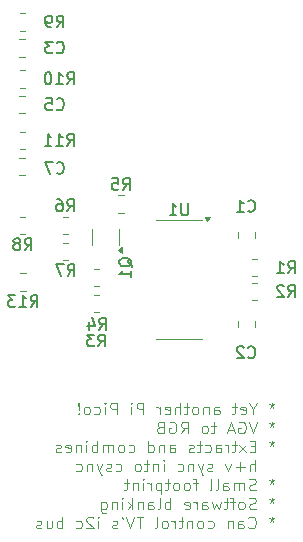
<source format=gbr>
%TF.GenerationSoftware,KiCad,Pcbnew,8.0.1*%
%TF.CreationDate,2024-07-17T22:44:32+10:00*%
%TF.ProjectId,vga,7667612e-6b69-4636-9164-5f7063625858,rev?*%
%TF.SameCoordinates,Original*%
%TF.FileFunction,Legend,Bot*%
%TF.FilePolarity,Positive*%
%FSLAX46Y46*%
G04 Gerber Fmt 4.6, Leading zero omitted, Abs format (unit mm)*
G04 Created by KiCad (PCBNEW 8.0.1) date 2024-07-17 22:44:32*
%MOMM*%
%LPD*%
G01*
G04 APERTURE LIST*
%ADD10C,0.100000*%
%ADD11C,0.150000*%
%ADD12C,0.120000*%
G04 APERTURE END LIST*
D10*
X106353258Y-88612755D02*
X106353258Y-88850850D01*
X106591353Y-88755612D02*
X106353258Y-88850850D01*
X106353258Y-88850850D02*
X106115163Y-88755612D01*
X106496115Y-89041326D02*
X106353258Y-88850850D01*
X106353258Y-88850850D02*
X106210401Y-89041326D01*
X104781829Y-89136564D02*
X104781829Y-89612755D01*
X105115162Y-88612755D02*
X104781829Y-89136564D01*
X104781829Y-89136564D02*
X104448496Y-88612755D01*
X103734210Y-89565136D02*
X103829448Y-89612755D01*
X103829448Y-89612755D02*
X104019924Y-89612755D01*
X104019924Y-89612755D02*
X104115162Y-89565136D01*
X104115162Y-89565136D02*
X104162781Y-89469897D01*
X104162781Y-89469897D02*
X104162781Y-89088945D01*
X104162781Y-89088945D02*
X104115162Y-88993707D01*
X104115162Y-88993707D02*
X104019924Y-88946088D01*
X104019924Y-88946088D02*
X103829448Y-88946088D01*
X103829448Y-88946088D02*
X103734210Y-88993707D01*
X103734210Y-88993707D02*
X103686591Y-89088945D01*
X103686591Y-89088945D02*
X103686591Y-89184183D01*
X103686591Y-89184183D02*
X104162781Y-89279421D01*
X103400876Y-88946088D02*
X103019924Y-88946088D01*
X103258019Y-88612755D02*
X103258019Y-89469897D01*
X103258019Y-89469897D02*
X103210400Y-89565136D01*
X103210400Y-89565136D02*
X103115162Y-89612755D01*
X103115162Y-89612755D02*
X103019924Y-89612755D01*
X101496114Y-89612755D02*
X101496114Y-89088945D01*
X101496114Y-89088945D02*
X101543733Y-88993707D01*
X101543733Y-88993707D02*
X101638971Y-88946088D01*
X101638971Y-88946088D02*
X101829447Y-88946088D01*
X101829447Y-88946088D02*
X101924685Y-88993707D01*
X101496114Y-89565136D02*
X101591352Y-89612755D01*
X101591352Y-89612755D02*
X101829447Y-89612755D01*
X101829447Y-89612755D02*
X101924685Y-89565136D01*
X101924685Y-89565136D02*
X101972304Y-89469897D01*
X101972304Y-89469897D02*
X101972304Y-89374659D01*
X101972304Y-89374659D02*
X101924685Y-89279421D01*
X101924685Y-89279421D02*
X101829447Y-89231802D01*
X101829447Y-89231802D02*
X101591352Y-89231802D01*
X101591352Y-89231802D02*
X101496114Y-89184183D01*
X101019923Y-88946088D02*
X101019923Y-89612755D01*
X101019923Y-89041326D02*
X100972304Y-88993707D01*
X100972304Y-88993707D02*
X100877066Y-88946088D01*
X100877066Y-88946088D02*
X100734209Y-88946088D01*
X100734209Y-88946088D02*
X100638971Y-88993707D01*
X100638971Y-88993707D02*
X100591352Y-89088945D01*
X100591352Y-89088945D02*
X100591352Y-89612755D01*
X99972304Y-89612755D02*
X100067542Y-89565136D01*
X100067542Y-89565136D02*
X100115161Y-89517516D01*
X100115161Y-89517516D02*
X100162780Y-89422278D01*
X100162780Y-89422278D02*
X100162780Y-89136564D01*
X100162780Y-89136564D02*
X100115161Y-89041326D01*
X100115161Y-89041326D02*
X100067542Y-88993707D01*
X100067542Y-88993707D02*
X99972304Y-88946088D01*
X99972304Y-88946088D02*
X99829447Y-88946088D01*
X99829447Y-88946088D02*
X99734209Y-88993707D01*
X99734209Y-88993707D02*
X99686590Y-89041326D01*
X99686590Y-89041326D02*
X99638971Y-89136564D01*
X99638971Y-89136564D02*
X99638971Y-89422278D01*
X99638971Y-89422278D02*
X99686590Y-89517516D01*
X99686590Y-89517516D02*
X99734209Y-89565136D01*
X99734209Y-89565136D02*
X99829447Y-89612755D01*
X99829447Y-89612755D02*
X99972304Y-89612755D01*
X99353256Y-88946088D02*
X98972304Y-88946088D01*
X99210399Y-88612755D02*
X99210399Y-89469897D01*
X99210399Y-89469897D02*
X99162780Y-89565136D01*
X99162780Y-89565136D02*
X99067542Y-89612755D01*
X99067542Y-89612755D02*
X98972304Y-89612755D01*
X98638970Y-89612755D02*
X98638970Y-88612755D01*
X98210399Y-89612755D02*
X98210399Y-89088945D01*
X98210399Y-89088945D02*
X98258018Y-88993707D01*
X98258018Y-88993707D02*
X98353256Y-88946088D01*
X98353256Y-88946088D02*
X98496113Y-88946088D01*
X98496113Y-88946088D02*
X98591351Y-88993707D01*
X98591351Y-88993707D02*
X98638970Y-89041326D01*
X97353256Y-89565136D02*
X97448494Y-89612755D01*
X97448494Y-89612755D02*
X97638970Y-89612755D01*
X97638970Y-89612755D02*
X97734208Y-89565136D01*
X97734208Y-89565136D02*
X97781827Y-89469897D01*
X97781827Y-89469897D02*
X97781827Y-89088945D01*
X97781827Y-89088945D02*
X97734208Y-88993707D01*
X97734208Y-88993707D02*
X97638970Y-88946088D01*
X97638970Y-88946088D02*
X97448494Y-88946088D01*
X97448494Y-88946088D02*
X97353256Y-88993707D01*
X97353256Y-88993707D02*
X97305637Y-89088945D01*
X97305637Y-89088945D02*
X97305637Y-89184183D01*
X97305637Y-89184183D02*
X97781827Y-89279421D01*
X96877065Y-89612755D02*
X96877065Y-88946088D01*
X96877065Y-89136564D02*
X96829446Y-89041326D01*
X96829446Y-89041326D02*
X96781827Y-88993707D01*
X96781827Y-88993707D02*
X96686589Y-88946088D01*
X96686589Y-88946088D02*
X96591351Y-88946088D01*
X95496112Y-89612755D02*
X95496112Y-88612755D01*
X95496112Y-88612755D02*
X95115160Y-88612755D01*
X95115160Y-88612755D02*
X95019922Y-88660374D01*
X95019922Y-88660374D02*
X94972303Y-88707993D01*
X94972303Y-88707993D02*
X94924684Y-88803231D01*
X94924684Y-88803231D02*
X94924684Y-88946088D01*
X94924684Y-88946088D02*
X94972303Y-89041326D01*
X94972303Y-89041326D02*
X95019922Y-89088945D01*
X95019922Y-89088945D02*
X95115160Y-89136564D01*
X95115160Y-89136564D02*
X95496112Y-89136564D01*
X94496112Y-89612755D02*
X94496112Y-88946088D01*
X94496112Y-88612755D02*
X94543731Y-88660374D01*
X94543731Y-88660374D02*
X94496112Y-88707993D01*
X94496112Y-88707993D02*
X94448493Y-88660374D01*
X94448493Y-88660374D02*
X94496112Y-88612755D01*
X94496112Y-88612755D02*
X94496112Y-88707993D01*
X93258017Y-89612755D02*
X93258017Y-88612755D01*
X93258017Y-88612755D02*
X92877065Y-88612755D01*
X92877065Y-88612755D02*
X92781827Y-88660374D01*
X92781827Y-88660374D02*
X92734208Y-88707993D01*
X92734208Y-88707993D02*
X92686589Y-88803231D01*
X92686589Y-88803231D02*
X92686589Y-88946088D01*
X92686589Y-88946088D02*
X92734208Y-89041326D01*
X92734208Y-89041326D02*
X92781827Y-89088945D01*
X92781827Y-89088945D02*
X92877065Y-89136564D01*
X92877065Y-89136564D02*
X93258017Y-89136564D01*
X92258017Y-89612755D02*
X92258017Y-88946088D01*
X92258017Y-88612755D02*
X92305636Y-88660374D01*
X92305636Y-88660374D02*
X92258017Y-88707993D01*
X92258017Y-88707993D02*
X92210398Y-88660374D01*
X92210398Y-88660374D02*
X92258017Y-88612755D01*
X92258017Y-88612755D02*
X92258017Y-88707993D01*
X91353256Y-89565136D02*
X91448494Y-89612755D01*
X91448494Y-89612755D02*
X91638970Y-89612755D01*
X91638970Y-89612755D02*
X91734208Y-89565136D01*
X91734208Y-89565136D02*
X91781827Y-89517516D01*
X91781827Y-89517516D02*
X91829446Y-89422278D01*
X91829446Y-89422278D02*
X91829446Y-89136564D01*
X91829446Y-89136564D02*
X91781827Y-89041326D01*
X91781827Y-89041326D02*
X91734208Y-88993707D01*
X91734208Y-88993707D02*
X91638970Y-88946088D01*
X91638970Y-88946088D02*
X91448494Y-88946088D01*
X91448494Y-88946088D02*
X91353256Y-88993707D01*
X90781827Y-89612755D02*
X90877065Y-89565136D01*
X90877065Y-89565136D02*
X90924684Y-89517516D01*
X90924684Y-89517516D02*
X90972303Y-89422278D01*
X90972303Y-89422278D02*
X90972303Y-89136564D01*
X90972303Y-89136564D02*
X90924684Y-89041326D01*
X90924684Y-89041326D02*
X90877065Y-88993707D01*
X90877065Y-88993707D02*
X90781827Y-88946088D01*
X90781827Y-88946088D02*
X90638970Y-88946088D01*
X90638970Y-88946088D02*
X90543732Y-88993707D01*
X90543732Y-88993707D02*
X90496113Y-89041326D01*
X90496113Y-89041326D02*
X90448494Y-89136564D01*
X90448494Y-89136564D02*
X90448494Y-89422278D01*
X90448494Y-89422278D02*
X90496113Y-89517516D01*
X90496113Y-89517516D02*
X90543732Y-89565136D01*
X90543732Y-89565136D02*
X90638970Y-89612755D01*
X90638970Y-89612755D02*
X90781827Y-89612755D01*
X90019922Y-89517516D02*
X89972303Y-89565136D01*
X89972303Y-89565136D02*
X90019922Y-89612755D01*
X90019922Y-89612755D02*
X90067541Y-89565136D01*
X90067541Y-89565136D02*
X90019922Y-89517516D01*
X90019922Y-89517516D02*
X90019922Y-89612755D01*
X90019922Y-89231802D02*
X90067541Y-88660374D01*
X90067541Y-88660374D02*
X90019922Y-88612755D01*
X90019922Y-88612755D02*
X89972303Y-88660374D01*
X89972303Y-88660374D02*
X90019922Y-89231802D01*
X90019922Y-89231802D02*
X90019922Y-88612755D01*
X106353258Y-90222699D02*
X106353258Y-90460794D01*
X106591353Y-90365556D02*
X106353258Y-90460794D01*
X106353258Y-90460794D02*
X106115163Y-90365556D01*
X106496115Y-90651270D02*
X106353258Y-90460794D01*
X106353258Y-90460794D02*
X106210401Y-90651270D01*
X105115162Y-90222699D02*
X104781829Y-91222699D01*
X104781829Y-91222699D02*
X104448496Y-90222699D01*
X103591353Y-90270318D02*
X103686591Y-90222699D01*
X103686591Y-90222699D02*
X103829448Y-90222699D01*
X103829448Y-90222699D02*
X103972305Y-90270318D01*
X103972305Y-90270318D02*
X104067543Y-90365556D01*
X104067543Y-90365556D02*
X104115162Y-90460794D01*
X104115162Y-90460794D02*
X104162781Y-90651270D01*
X104162781Y-90651270D02*
X104162781Y-90794127D01*
X104162781Y-90794127D02*
X104115162Y-90984603D01*
X104115162Y-90984603D02*
X104067543Y-91079841D01*
X104067543Y-91079841D02*
X103972305Y-91175080D01*
X103972305Y-91175080D02*
X103829448Y-91222699D01*
X103829448Y-91222699D02*
X103734210Y-91222699D01*
X103734210Y-91222699D02*
X103591353Y-91175080D01*
X103591353Y-91175080D02*
X103543734Y-91127460D01*
X103543734Y-91127460D02*
X103543734Y-90794127D01*
X103543734Y-90794127D02*
X103734210Y-90794127D01*
X103162781Y-90936984D02*
X102686591Y-90936984D01*
X103258019Y-91222699D02*
X102924686Y-90222699D01*
X102924686Y-90222699D02*
X102591353Y-91222699D01*
X101638971Y-90556032D02*
X101258019Y-90556032D01*
X101496114Y-90222699D02*
X101496114Y-91079841D01*
X101496114Y-91079841D02*
X101448495Y-91175080D01*
X101448495Y-91175080D02*
X101353257Y-91222699D01*
X101353257Y-91222699D02*
X101258019Y-91222699D01*
X100781828Y-91222699D02*
X100877066Y-91175080D01*
X100877066Y-91175080D02*
X100924685Y-91127460D01*
X100924685Y-91127460D02*
X100972304Y-91032222D01*
X100972304Y-91032222D02*
X100972304Y-90746508D01*
X100972304Y-90746508D02*
X100924685Y-90651270D01*
X100924685Y-90651270D02*
X100877066Y-90603651D01*
X100877066Y-90603651D02*
X100781828Y-90556032D01*
X100781828Y-90556032D02*
X100638971Y-90556032D01*
X100638971Y-90556032D02*
X100543733Y-90603651D01*
X100543733Y-90603651D02*
X100496114Y-90651270D01*
X100496114Y-90651270D02*
X100448495Y-90746508D01*
X100448495Y-90746508D02*
X100448495Y-91032222D01*
X100448495Y-91032222D02*
X100496114Y-91127460D01*
X100496114Y-91127460D02*
X100543733Y-91175080D01*
X100543733Y-91175080D02*
X100638971Y-91222699D01*
X100638971Y-91222699D02*
X100781828Y-91222699D01*
X98686590Y-91222699D02*
X99019923Y-90746508D01*
X99258018Y-91222699D02*
X99258018Y-90222699D01*
X99258018Y-90222699D02*
X98877066Y-90222699D01*
X98877066Y-90222699D02*
X98781828Y-90270318D01*
X98781828Y-90270318D02*
X98734209Y-90317937D01*
X98734209Y-90317937D02*
X98686590Y-90413175D01*
X98686590Y-90413175D02*
X98686590Y-90556032D01*
X98686590Y-90556032D02*
X98734209Y-90651270D01*
X98734209Y-90651270D02*
X98781828Y-90698889D01*
X98781828Y-90698889D02*
X98877066Y-90746508D01*
X98877066Y-90746508D02*
X99258018Y-90746508D01*
X97734209Y-90270318D02*
X97829447Y-90222699D01*
X97829447Y-90222699D02*
X97972304Y-90222699D01*
X97972304Y-90222699D02*
X98115161Y-90270318D01*
X98115161Y-90270318D02*
X98210399Y-90365556D01*
X98210399Y-90365556D02*
X98258018Y-90460794D01*
X98258018Y-90460794D02*
X98305637Y-90651270D01*
X98305637Y-90651270D02*
X98305637Y-90794127D01*
X98305637Y-90794127D02*
X98258018Y-90984603D01*
X98258018Y-90984603D02*
X98210399Y-91079841D01*
X98210399Y-91079841D02*
X98115161Y-91175080D01*
X98115161Y-91175080D02*
X97972304Y-91222699D01*
X97972304Y-91222699D02*
X97877066Y-91222699D01*
X97877066Y-91222699D02*
X97734209Y-91175080D01*
X97734209Y-91175080D02*
X97686590Y-91127460D01*
X97686590Y-91127460D02*
X97686590Y-90794127D01*
X97686590Y-90794127D02*
X97877066Y-90794127D01*
X96924685Y-90698889D02*
X96781828Y-90746508D01*
X96781828Y-90746508D02*
X96734209Y-90794127D01*
X96734209Y-90794127D02*
X96686590Y-90889365D01*
X96686590Y-90889365D02*
X96686590Y-91032222D01*
X96686590Y-91032222D02*
X96734209Y-91127460D01*
X96734209Y-91127460D02*
X96781828Y-91175080D01*
X96781828Y-91175080D02*
X96877066Y-91222699D01*
X96877066Y-91222699D02*
X97258018Y-91222699D01*
X97258018Y-91222699D02*
X97258018Y-90222699D01*
X97258018Y-90222699D02*
X96924685Y-90222699D01*
X96924685Y-90222699D02*
X96829447Y-90270318D01*
X96829447Y-90270318D02*
X96781828Y-90317937D01*
X96781828Y-90317937D02*
X96734209Y-90413175D01*
X96734209Y-90413175D02*
X96734209Y-90508413D01*
X96734209Y-90508413D02*
X96781828Y-90603651D01*
X96781828Y-90603651D02*
X96829447Y-90651270D01*
X96829447Y-90651270D02*
X96924685Y-90698889D01*
X96924685Y-90698889D02*
X97258018Y-90698889D01*
X106353258Y-91832643D02*
X106353258Y-92070738D01*
X106591353Y-91975500D02*
X106353258Y-92070738D01*
X106353258Y-92070738D02*
X106115163Y-91975500D01*
X106496115Y-92261214D02*
X106353258Y-92070738D01*
X106353258Y-92070738D02*
X106210401Y-92261214D01*
X104972305Y-92308833D02*
X104638972Y-92308833D01*
X104496115Y-92832643D02*
X104972305Y-92832643D01*
X104972305Y-92832643D02*
X104972305Y-91832643D01*
X104972305Y-91832643D02*
X104496115Y-91832643D01*
X104162781Y-92832643D02*
X103638972Y-92165976D01*
X104162781Y-92165976D02*
X103638972Y-92832643D01*
X103400876Y-92165976D02*
X103019924Y-92165976D01*
X103258019Y-91832643D02*
X103258019Y-92689785D01*
X103258019Y-92689785D02*
X103210400Y-92785024D01*
X103210400Y-92785024D02*
X103115162Y-92832643D01*
X103115162Y-92832643D02*
X103019924Y-92832643D01*
X102686590Y-92832643D02*
X102686590Y-92165976D01*
X102686590Y-92356452D02*
X102638971Y-92261214D01*
X102638971Y-92261214D02*
X102591352Y-92213595D01*
X102591352Y-92213595D02*
X102496114Y-92165976D01*
X102496114Y-92165976D02*
X102400876Y-92165976D01*
X101638971Y-92832643D02*
X101638971Y-92308833D01*
X101638971Y-92308833D02*
X101686590Y-92213595D01*
X101686590Y-92213595D02*
X101781828Y-92165976D01*
X101781828Y-92165976D02*
X101972304Y-92165976D01*
X101972304Y-92165976D02*
X102067542Y-92213595D01*
X101638971Y-92785024D02*
X101734209Y-92832643D01*
X101734209Y-92832643D02*
X101972304Y-92832643D01*
X101972304Y-92832643D02*
X102067542Y-92785024D01*
X102067542Y-92785024D02*
X102115161Y-92689785D01*
X102115161Y-92689785D02*
X102115161Y-92594547D01*
X102115161Y-92594547D02*
X102067542Y-92499309D01*
X102067542Y-92499309D02*
X101972304Y-92451690D01*
X101972304Y-92451690D02*
X101734209Y-92451690D01*
X101734209Y-92451690D02*
X101638971Y-92404071D01*
X100734209Y-92785024D02*
X100829447Y-92832643D01*
X100829447Y-92832643D02*
X101019923Y-92832643D01*
X101019923Y-92832643D02*
X101115161Y-92785024D01*
X101115161Y-92785024D02*
X101162780Y-92737404D01*
X101162780Y-92737404D02*
X101210399Y-92642166D01*
X101210399Y-92642166D02*
X101210399Y-92356452D01*
X101210399Y-92356452D02*
X101162780Y-92261214D01*
X101162780Y-92261214D02*
X101115161Y-92213595D01*
X101115161Y-92213595D02*
X101019923Y-92165976D01*
X101019923Y-92165976D02*
X100829447Y-92165976D01*
X100829447Y-92165976D02*
X100734209Y-92213595D01*
X100448494Y-92165976D02*
X100067542Y-92165976D01*
X100305637Y-91832643D02*
X100305637Y-92689785D01*
X100305637Y-92689785D02*
X100258018Y-92785024D01*
X100258018Y-92785024D02*
X100162780Y-92832643D01*
X100162780Y-92832643D02*
X100067542Y-92832643D01*
X99781827Y-92785024D02*
X99686589Y-92832643D01*
X99686589Y-92832643D02*
X99496113Y-92832643D01*
X99496113Y-92832643D02*
X99400875Y-92785024D01*
X99400875Y-92785024D02*
X99353256Y-92689785D01*
X99353256Y-92689785D02*
X99353256Y-92642166D01*
X99353256Y-92642166D02*
X99400875Y-92546928D01*
X99400875Y-92546928D02*
X99496113Y-92499309D01*
X99496113Y-92499309D02*
X99638970Y-92499309D01*
X99638970Y-92499309D02*
X99734208Y-92451690D01*
X99734208Y-92451690D02*
X99781827Y-92356452D01*
X99781827Y-92356452D02*
X99781827Y-92308833D01*
X99781827Y-92308833D02*
X99734208Y-92213595D01*
X99734208Y-92213595D02*
X99638970Y-92165976D01*
X99638970Y-92165976D02*
X99496113Y-92165976D01*
X99496113Y-92165976D02*
X99400875Y-92213595D01*
X97734208Y-92832643D02*
X97734208Y-92308833D01*
X97734208Y-92308833D02*
X97781827Y-92213595D01*
X97781827Y-92213595D02*
X97877065Y-92165976D01*
X97877065Y-92165976D02*
X98067541Y-92165976D01*
X98067541Y-92165976D02*
X98162779Y-92213595D01*
X97734208Y-92785024D02*
X97829446Y-92832643D01*
X97829446Y-92832643D02*
X98067541Y-92832643D01*
X98067541Y-92832643D02*
X98162779Y-92785024D01*
X98162779Y-92785024D02*
X98210398Y-92689785D01*
X98210398Y-92689785D02*
X98210398Y-92594547D01*
X98210398Y-92594547D02*
X98162779Y-92499309D01*
X98162779Y-92499309D02*
X98067541Y-92451690D01*
X98067541Y-92451690D02*
X97829446Y-92451690D01*
X97829446Y-92451690D02*
X97734208Y-92404071D01*
X97258017Y-92165976D02*
X97258017Y-92832643D01*
X97258017Y-92261214D02*
X97210398Y-92213595D01*
X97210398Y-92213595D02*
X97115160Y-92165976D01*
X97115160Y-92165976D02*
X96972303Y-92165976D01*
X96972303Y-92165976D02*
X96877065Y-92213595D01*
X96877065Y-92213595D02*
X96829446Y-92308833D01*
X96829446Y-92308833D02*
X96829446Y-92832643D01*
X95924684Y-92832643D02*
X95924684Y-91832643D01*
X95924684Y-92785024D02*
X96019922Y-92832643D01*
X96019922Y-92832643D02*
X96210398Y-92832643D01*
X96210398Y-92832643D02*
X96305636Y-92785024D01*
X96305636Y-92785024D02*
X96353255Y-92737404D01*
X96353255Y-92737404D02*
X96400874Y-92642166D01*
X96400874Y-92642166D02*
X96400874Y-92356452D01*
X96400874Y-92356452D02*
X96353255Y-92261214D01*
X96353255Y-92261214D02*
X96305636Y-92213595D01*
X96305636Y-92213595D02*
X96210398Y-92165976D01*
X96210398Y-92165976D02*
X96019922Y-92165976D01*
X96019922Y-92165976D02*
X95924684Y-92213595D01*
X94258017Y-92785024D02*
X94353255Y-92832643D01*
X94353255Y-92832643D02*
X94543731Y-92832643D01*
X94543731Y-92832643D02*
X94638969Y-92785024D01*
X94638969Y-92785024D02*
X94686588Y-92737404D01*
X94686588Y-92737404D02*
X94734207Y-92642166D01*
X94734207Y-92642166D02*
X94734207Y-92356452D01*
X94734207Y-92356452D02*
X94686588Y-92261214D01*
X94686588Y-92261214D02*
X94638969Y-92213595D01*
X94638969Y-92213595D02*
X94543731Y-92165976D01*
X94543731Y-92165976D02*
X94353255Y-92165976D01*
X94353255Y-92165976D02*
X94258017Y-92213595D01*
X93686588Y-92832643D02*
X93781826Y-92785024D01*
X93781826Y-92785024D02*
X93829445Y-92737404D01*
X93829445Y-92737404D02*
X93877064Y-92642166D01*
X93877064Y-92642166D02*
X93877064Y-92356452D01*
X93877064Y-92356452D02*
X93829445Y-92261214D01*
X93829445Y-92261214D02*
X93781826Y-92213595D01*
X93781826Y-92213595D02*
X93686588Y-92165976D01*
X93686588Y-92165976D02*
X93543731Y-92165976D01*
X93543731Y-92165976D02*
X93448493Y-92213595D01*
X93448493Y-92213595D02*
X93400874Y-92261214D01*
X93400874Y-92261214D02*
X93353255Y-92356452D01*
X93353255Y-92356452D02*
X93353255Y-92642166D01*
X93353255Y-92642166D02*
X93400874Y-92737404D01*
X93400874Y-92737404D02*
X93448493Y-92785024D01*
X93448493Y-92785024D02*
X93543731Y-92832643D01*
X93543731Y-92832643D02*
X93686588Y-92832643D01*
X92924683Y-92832643D02*
X92924683Y-92165976D01*
X92924683Y-92261214D02*
X92877064Y-92213595D01*
X92877064Y-92213595D02*
X92781826Y-92165976D01*
X92781826Y-92165976D02*
X92638969Y-92165976D01*
X92638969Y-92165976D02*
X92543731Y-92213595D01*
X92543731Y-92213595D02*
X92496112Y-92308833D01*
X92496112Y-92308833D02*
X92496112Y-92832643D01*
X92496112Y-92308833D02*
X92448493Y-92213595D01*
X92448493Y-92213595D02*
X92353255Y-92165976D01*
X92353255Y-92165976D02*
X92210398Y-92165976D01*
X92210398Y-92165976D02*
X92115159Y-92213595D01*
X92115159Y-92213595D02*
X92067540Y-92308833D01*
X92067540Y-92308833D02*
X92067540Y-92832643D01*
X91591350Y-92832643D02*
X91591350Y-91832643D01*
X91591350Y-92213595D02*
X91496112Y-92165976D01*
X91496112Y-92165976D02*
X91305636Y-92165976D01*
X91305636Y-92165976D02*
X91210398Y-92213595D01*
X91210398Y-92213595D02*
X91162779Y-92261214D01*
X91162779Y-92261214D02*
X91115160Y-92356452D01*
X91115160Y-92356452D02*
X91115160Y-92642166D01*
X91115160Y-92642166D02*
X91162779Y-92737404D01*
X91162779Y-92737404D02*
X91210398Y-92785024D01*
X91210398Y-92785024D02*
X91305636Y-92832643D01*
X91305636Y-92832643D02*
X91496112Y-92832643D01*
X91496112Y-92832643D02*
X91591350Y-92785024D01*
X90686588Y-92832643D02*
X90686588Y-92165976D01*
X90686588Y-91832643D02*
X90734207Y-91880262D01*
X90734207Y-91880262D02*
X90686588Y-91927881D01*
X90686588Y-91927881D02*
X90638969Y-91880262D01*
X90638969Y-91880262D02*
X90686588Y-91832643D01*
X90686588Y-91832643D02*
X90686588Y-91927881D01*
X90210398Y-92165976D02*
X90210398Y-92832643D01*
X90210398Y-92261214D02*
X90162779Y-92213595D01*
X90162779Y-92213595D02*
X90067541Y-92165976D01*
X90067541Y-92165976D02*
X89924684Y-92165976D01*
X89924684Y-92165976D02*
X89829446Y-92213595D01*
X89829446Y-92213595D02*
X89781827Y-92308833D01*
X89781827Y-92308833D02*
X89781827Y-92832643D01*
X88924684Y-92785024D02*
X89019922Y-92832643D01*
X89019922Y-92832643D02*
X89210398Y-92832643D01*
X89210398Y-92832643D02*
X89305636Y-92785024D01*
X89305636Y-92785024D02*
X89353255Y-92689785D01*
X89353255Y-92689785D02*
X89353255Y-92308833D01*
X89353255Y-92308833D02*
X89305636Y-92213595D01*
X89305636Y-92213595D02*
X89210398Y-92165976D01*
X89210398Y-92165976D02*
X89019922Y-92165976D01*
X89019922Y-92165976D02*
X88924684Y-92213595D01*
X88924684Y-92213595D02*
X88877065Y-92308833D01*
X88877065Y-92308833D02*
X88877065Y-92404071D01*
X88877065Y-92404071D02*
X89353255Y-92499309D01*
X88496112Y-92785024D02*
X88400874Y-92832643D01*
X88400874Y-92832643D02*
X88210398Y-92832643D01*
X88210398Y-92832643D02*
X88115160Y-92785024D01*
X88115160Y-92785024D02*
X88067541Y-92689785D01*
X88067541Y-92689785D02*
X88067541Y-92642166D01*
X88067541Y-92642166D02*
X88115160Y-92546928D01*
X88115160Y-92546928D02*
X88210398Y-92499309D01*
X88210398Y-92499309D02*
X88353255Y-92499309D01*
X88353255Y-92499309D02*
X88448493Y-92451690D01*
X88448493Y-92451690D02*
X88496112Y-92356452D01*
X88496112Y-92356452D02*
X88496112Y-92308833D01*
X88496112Y-92308833D02*
X88448493Y-92213595D01*
X88448493Y-92213595D02*
X88353255Y-92165976D01*
X88353255Y-92165976D02*
X88210398Y-92165976D01*
X88210398Y-92165976D02*
X88115160Y-92213595D01*
X104972305Y-94442587D02*
X104972305Y-93442587D01*
X104543734Y-94442587D02*
X104543734Y-93918777D01*
X104543734Y-93918777D02*
X104591353Y-93823539D01*
X104591353Y-93823539D02*
X104686591Y-93775920D01*
X104686591Y-93775920D02*
X104829448Y-93775920D01*
X104829448Y-93775920D02*
X104924686Y-93823539D01*
X104924686Y-93823539D02*
X104972305Y-93871158D01*
X104067543Y-94061634D02*
X103305639Y-94061634D01*
X103686591Y-94442587D02*
X103686591Y-93680682D01*
X102924686Y-93775920D02*
X102686591Y-94442587D01*
X102686591Y-94442587D02*
X102448496Y-93775920D01*
X101353257Y-94394968D02*
X101258019Y-94442587D01*
X101258019Y-94442587D02*
X101067543Y-94442587D01*
X101067543Y-94442587D02*
X100972305Y-94394968D01*
X100972305Y-94394968D02*
X100924686Y-94299729D01*
X100924686Y-94299729D02*
X100924686Y-94252110D01*
X100924686Y-94252110D02*
X100972305Y-94156872D01*
X100972305Y-94156872D02*
X101067543Y-94109253D01*
X101067543Y-94109253D02*
X101210400Y-94109253D01*
X101210400Y-94109253D02*
X101305638Y-94061634D01*
X101305638Y-94061634D02*
X101353257Y-93966396D01*
X101353257Y-93966396D02*
X101353257Y-93918777D01*
X101353257Y-93918777D02*
X101305638Y-93823539D01*
X101305638Y-93823539D02*
X101210400Y-93775920D01*
X101210400Y-93775920D02*
X101067543Y-93775920D01*
X101067543Y-93775920D02*
X100972305Y-93823539D01*
X100591352Y-93775920D02*
X100353257Y-94442587D01*
X100115162Y-93775920D02*
X100353257Y-94442587D01*
X100353257Y-94442587D02*
X100448495Y-94680682D01*
X100448495Y-94680682D02*
X100496114Y-94728301D01*
X100496114Y-94728301D02*
X100591352Y-94775920D01*
X99734209Y-93775920D02*
X99734209Y-94442587D01*
X99734209Y-93871158D02*
X99686590Y-93823539D01*
X99686590Y-93823539D02*
X99591352Y-93775920D01*
X99591352Y-93775920D02*
X99448495Y-93775920D01*
X99448495Y-93775920D02*
X99353257Y-93823539D01*
X99353257Y-93823539D02*
X99305638Y-93918777D01*
X99305638Y-93918777D02*
X99305638Y-94442587D01*
X98400876Y-94394968D02*
X98496114Y-94442587D01*
X98496114Y-94442587D02*
X98686590Y-94442587D01*
X98686590Y-94442587D02*
X98781828Y-94394968D01*
X98781828Y-94394968D02*
X98829447Y-94347348D01*
X98829447Y-94347348D02*
X98877066Y-94252110D01*
X98877066Y-94252110D02*
X98877066Y-93966396D01*
X98877066Y-93966396D02*
X98829447Y-93871158D01*
X98829447Y-93871158D02*
X98781828Y-93823539D01*
X98781828Y-93823539D02*
X98686590Y-93775920D01*
X98686590Y-93775920D02*
X98496114Y-93775920D01*
X98496114Y-93775920D02*
X98400876Y-93823539D01*
X97210399Y-94442587D02*
X97210399Y-93775920D01*
X97210399Y-93442587D02*
X97258018Y-93490206D01*
X97258018Y-93490206D02*
X97210399Y-93537825D01*
X97210399Y-93537825D02*
X97162780Y-93490206D01*
X97162780Y-93490206D02*
X97210399Y-93442587D01*
X97210399Y-93442587D02*
X97210399Y-93537825D01*
X96734209Y-93775920D02*
X96734209Y-94442587D01*
X96734209Y-93871158D02*
X96686590Y-93823539D01*
X96686590Y-93823539D02*
X96591352Y-93775920D01*
X96591352Y-93775920D02*
X96448495Y-93775920D01*
X96448495Y-93775920D02*
X96353257Y-93823539D01*
X96353257Y-93823539D02*
X96305638Y-93918777D01*
X96305638Y-93918777D02*
X96305638Y-94442587D01*
X95972304Y-93775920D02*
X95591352Y-93775920D01*
X95829447Y-93442587D02*
X95829447Y-94299729D01*
X95829447Y-94299729D02*
X95781828Y-94394968D01*
X95781828Y-94394968D02*
X95686590Y-94442587D01*
X95686590Y-94442587D02*
X95591352Y-94442587D01*
X95115161Y-94442587D02*
X95210399Y-94394968D01*
X95210399Y-94394968D02*
X95258018Y-94347348D01*
X95258018Y-94347348D02*
X95305637Y-94252110D01*
X95305637Y-94252110D02*
X95305637Y-93966396D01*
X95305637Y-93966396D02*
X95258018Y-93871158D01*
X95258018Y-93871158D02*
X95210399Y-93823539D01*
X95210399Y-93823539D02*
X95115161Y-93775920D01*
X95115161Y-93775920D02*
X94972304Y-93775920D01*
X94972304Y-93775920D02*
X94877066Y-93823539D01*
X94877066Y-93823539D02*
X94829447Y-93871158D01*
X94829447Y-93871158D02*
X94781828Y-93966396D01*
X94781828Y-93966396D02*
X94781828Y-94252110D01*
X94781828Y-94252110D02*
X94829447Y-94347348D01*
X94829447Y-94347348D02*
X94877066Y-94394968D01*
X94877066Y-94394968D02*
X94972304Y-94442587D01*
X94972304Y-94442587D02*
X95115161Y-94442587D01*
X93162780Y-94394968D02*
X93258018Y-94442587D01*
X93258018Y-94442587D02*
X93448494Y-94442587D01*
X93448494Y-94442587D02*
X93543732Y-94394968D01*
X93543732Y-94394968D02*
X93591351Y-94347348D01*
X93591351Y-94347348D02*
X93638970Y-94252110D01*
X93638970Y-94252110D02*
X93638970Y-93966396D01*
X93638970Y-93966396D02*
X93591351Y-93871158D01*
X93591351Y-93871158D02*
X93543732Y-93823539D01*
X93543732Y-93823539D02*
X93448494Y-93775920D01*
X93448494Y-93775920D02*
X93258018Y-93775920D01*
X93258018Y-93775920D02*
X93162780Y-93823539D01*
X92781827Y-94394968D02*
X92686589Y-94442587D01*
X92686589Y-94442587D02*
X92496113Y-94442587D01*
X92496113Y-94442587D02*
X92400875Y-94394968D01*
X92400875Y-94394968D02*
X92353256Y-94299729D01*
X92353256Y-94299729D02*
X92353256Y-94252110D01*
X92353256Y-94252110D02*
X92400875Y-94156872D01*
X92400875Y-94156872D02*
X92496113Y-94109253D01*
X92496113Y-94109253D02*
X92638970Y-94109253D01*
X92638970Y-94109253D02*
X92734208Y-94061634D01*
X92734208Y-94061634D02*
X92781827Y-93966396D01*
X92781827Y-93966396D02*
X92781827Y-93918777D01*
X92781827Y-93918777D02*
X92734208Y-93823539D01*
X92734208Y-93823539D02*
X92638970Y-93775920D01*
X92638970Y-93775920D02*
X92496113Y-93775920D01*
X92496113Y-93775920D02*
X92400875Y-93823539D01*
X92019922Y-93775920D02*
X91781827Y-94442587D01*
X91543732Y-93775920D02*
X91781827Y-94442587D01*
X91781827Y-94442587D02*
X91877065Y-94680682D01*
X91877065Y-94680682D02*
X91924684Y-94728301D01*
X91924684Y-94728301D02*
X92019922Y-94775920D01*
X91162779Y-93775920D02*
X91162779Y-94442587D01*
X91162779Y-93871158D02*
X91115160Y-93823539D01*
X91115160Y-93823539D02*
X91019922Y-93775920D01*
X91019922Y-93775920D02*
X90877065Y-93775920D01*
X90877065Y-93775920D02*
X90781827Y-93823539D01*
X90781827Y-93823539D02*
X90734208Y-93918777D01*
X90734208Y-93918777D02*
X90734208Y-94442587D01*
X89829446Y-94394968D02*
X89924684Y-94442587D01*
X89924684Y-94442587D02*
X90115160Y-94442587D01*
X90115160Y-94442587D02*
X90210398Y-94394968D01*
X90210398Y-94394968D02*
X90258017Y-94347348D01*
X90258017Y-94347348D02*
X90305636Y-94252110D01*
X90305636Y-94252110D02*
X90305636Y-93966396D01*
X90305636Y-93966396D02*
X90258017Y-93871158D01*
X90258017Y-93871158D02*
X90210398Y-93823539D01*
X90210398Y-93823539D02*
X90115160Y-93775920D01*
X90115160Y-93775920D02*
X89924684Y-93775920D01*
X89924684Y-93775920D02*
X89829446Y-93823539D01*
X106353258Y-95052531D02*
X106353258Y-95290626D01*
X106591353Y-95195388D02*
X106353258Y-95290626D01*
X106353258Y-95290626D02*
X106115163Y-95195388D01*
X106496115Y-95481102D02*
X106353258Y-95290626D01*
X106353258Y-95290626D02*
X106210401Y-95481102D01*
X105019924Y-96004912D02*
X104877067Y-96052531D01*
X104877067Y-96052531D02*
X104638972Y-96052531D01*
X104638972Y-96052531D02*
X104543734Y-96004912D01*
X104543734Y-96004912D02*
X104496115Y-95957292D01*
X104496115Y-95957292D02*
X104448496Y-95862054D01*
X104448496Y-95862054D02*
X104448496Y-95766816D01*
X104448496Y-95766816D02*
X104496115Y-95671578D01*
X104496115Y-95671578D02*
X104543734Y-95623959D01*
X104543734Y-95623959D02*
X104638972Y-95576340D01*
X104638972Y-95576340D02*
X104829448Y-95528721D01*
X104829448Y-95528721D02*
X104924686Y-95481102D01*
X104924686Y-95481102D02*
X104972305Y-95433483D01*
X104972305Y-95433483D02*
X105019924Y-95338245D01*
X105019924Y-95338245D02*
X105019924Y-95243007D01*
X105019924Y-95243007D02*
X104972305Y-95147769D01*
X104972305Y-95147769D02*
X104924686Y-95100150D01*
X104924686Y-95100150D02*
X104829448Y-95052531D01*
X104829448Y-95052531D02*
X104591353Y-95052531D01*
X104591353Y-95052531D02*
X104448496Y-95100150D01*
X104019924Y-96052531D02*
X104019924Y-95385864D01*
X104019924Y-95481102D02*
X103972305Y-95433483D01*
X103972305Y-95433483D02*
X103877067Y-95385864D01*
X103877067Y-95385864D02*
X103734210Y-95385864D01*
X103734210Y-95385864D02*
X103638972Y-95433483D01*
X103638972Y-95433483D02*
X103591353Y-95528721D01*
X103591353Y-95528721D02*
X103591353Y-96052531D01*
X103591353Y-95528721D02*
X103543734Y-95433483D01*
X103543734Y-95433483D02*
X103448496Y-95385864D01*
X103448496Y-95385864D02*
X103305639Y-95385864D01*
X103305639Y-95385864D02*
X103210400Y-95433483D01*
X103210400Y-95433483D02*
X103162781Y-95528721D01*
X103162781Y-95528721D02*
X103162781Y-96052531D01*
X102258020Y-96052531D02*
X102258020Y-95528721D01*
X102258020Y-95528721D02*
X102305639Y-95433483D01*
X102305639Y-95433483D02*
X102400877Y-95385864D01*
X102400877Y-95385864D02*
X102591353Y-95385864D01*
X102591353Y-95385864D02*
X102686591Y-95433483D01*
X102258020Y-96004912D02*
X102353258Y-96052531D01*
X102353258Y-96052531D02*
X102591353Y-96052531D01*
X102591353Y-96052531D02*
X102686591Y-96004912D01*
X102686591Y-96004912D02*
X102734210Y-95909673D01*
X102734210Y-95909673D02*
X102734210Y-95814435D01*
X102734210Y-95814435D02*
X102686591Y-95719197D01*
X102686591Y-95719197D02*
X102591353Y-95671578D01*
X102591353Y-95671578D02*
X102353258Y-95671578D01*
X102353258Y-95671578D02*
X102258020Y-95623959D01*
X101638972Y-96052531D02*
X101734210Y-96004912D01*
X101734210Y-96004912D02*
X101781829Y-95909673D01*
X101781829Y-95909673D02*
X101781829Y-95052531D01*
X101115162Y-96052531D02*
X101210400Y-96004912D01*
X101210400Y-96004912D02*
X101258019Y-95909673D01*
X101258019Y-95909673D02*
X101258019Y-95052531D01*
X100115161Y-95385864D02*
X99734209Y-95385864D01*
X99972304Y-96052531D02*
X99972304Y-95195388D01*
X99972304Y-95195388D02*
X99924685Y-95100150D01*
X99924685Y-95100150D02*
X99829447Y-95052531D01*
X99829447Y-95052531D02*
X99734209Y-95052531D01*
X99258018Y-96052531D02*
X99353256Y-96004912D01*
X99353256Y-96004912D02*
X99400875Y-95957292D01*
X99400875Y-95957292D02*
X99448494Y-95862054D01*
X99448494Y-95862054D02*
X99448494Y-95576340D01*
X99448494Y-95576340D02*
X99400875Y-95481102D01*
X99400875Y-95481102D02*
X99353256Y-95433483D01*
X99353256Y-95433483D02*
X99258018Y-95385864D01*
X99258018Y-95385864D02*
X99115161Y-95385864D01*
X99115161Y-95385864D02*
X99019923Y-95433483D01*
X99019923Y-95433483D02*
X98972304Y-95481102D01*
X98972304Y-95481102D02*
X98924685Y-95576340D01*
X98924685Y-95576340D02*
X98924685Y-95862054D01*
X98924685Y-95862054D02*
X98972304Y-95957292D01*
X98972304Y-95957292D02*
X99019923Y-96004912D01*
X99019923Y-96004912D02*
X99115161Y-96052531D01*
X99115161Y-96052531D02*
X99258018Y-96052531D01*
X98353256Y-96052531D02*
X98448494Y-96004912D01*
X98448494Y-96004912D02*
X98496113Y-95957292D01*
X98496113Y-95957292D02*
X98543732Y-95862054D01*
X98543732Y-95862054D02*
X98543732Y-95576340D01*
X98543732Y-95576340D02*
X98496113Y-95481102D01*
X98496113Y-95481102D02*
X98448494Y-95433483D01*
X98448494Y-95433483D02*
X98353256Y-95385864D01*
X98353256Y-95385864D02*
X98210399Y-95385864D01*
X98210399Y-95385864D02*
X98115161Y-95433483D01*
X98115161Y-95433483D02*
X98067542Y-95481102D01*
X98067542Y-95481102D02*
X98019923Y-95576340D01*
X98019923Y-95576340D02*
X98019923Y-95862054D01*
X98019923Y-95862054D02*
X98067542Y-95957292D01*
X98067542Y-95957292D02*
X98115161Y-96004912D01*
X98115161Y-96004912D02*
X98210399Y-96052531D01*
X98210399Y-96052531D02*
X98353256Y-96052531D01*
X97734208Y-95385864D02*
X97353256Y-95385864D01*
X97591351Y-95052531D02*
X97591351Y-95909673D01*
X97591351Y-95909673D02*
X97543732Y-96004912D01*
X97543732Y-96004912D02*
X97448494Y-96052531D01*
X97448494Y-96052531D02*
X97353256Y-96052531D01*
X97019922Y-95385864D02*
X97019922Y-96385864D01*
X97019922Y-95433483D02*
X96924684Y-95385864D01*
X96924684Y-95385864D02*
X96734208Y-95385864D01*
X96734208Y-95385864D02*
X96638970Y-95433483D01*
X96638970Y-95433483D02*
X96591351Y-95481102D01*
X96591351Y-95481102D02*
X96543732Y-95576340D01*
X96543732Y-95576340D02*
X96543732Y-95862054D01*
X96543732Y-95862054D02*
X96591351Y-95957292D01*
X96591351Y-95957292D02*
X96638970Y-96004912D01*
X96638970Y-96004912D02*
X96734208Y-96052531D01*
X96734208Y-96052531D02*
X96924684Y-96052531D01*
X96924684Y-96052531D02*
X97019922Y-96004912D01*
X96115160Y-96052531D02*
X96115160Y-95385864D01*
X96115160Y-95576340D02*
X96067541Y-95481102D01*
X96067541Y-95481102D02*
X96019922Y-95433483D01*
X96019922Y-95433483D02*
X95924684Y-95385864D01*
X95924684Y-95385864D02*
X95829446Y-95385864D01*
X95496112Y-96052531D02*
X95496112Y-95385864D01*
X95496112Y-95052531D02*
X95543731Y-95100150D01*
X95543731Y-95100150D02*
X95496112Y-95147769D01*
X95496112Y-95147769D02*
X95448493Y-95100150D01*
X95448493Y-95100150D02*
X95496112Y-95052531D01*
X95496112Y-95052531D02*
X95496112Y-95147769D01*
X95019922Y-95385864D02*
X95019922Y-96052531D01*
X95019922Y-95481102D02*
X94972303Y-95433483D01*
X94972303Y-95433483D02*
X94877065Y-95385864D01*
X94877065Y-95385864D02*
X94734208Y-95385864D01*
X94734208Y-95385864D02*
X94638970Y-95433483D01*
X94638970Y-95433483D02*
X94591351Y-95528721D01*
X94591351Y-95528721D02*
X94591351Y-96052531D01*
X94258017Y-95385864D02*
X93877065Y-95385864D01*
X94115160Y-95052531D02*
X94115160Y-95909673D01*
X94115160Y-95909673D02*
X94067541Y-96004912D01*
X94067541Y-96004912D02*
X93972303Y-96052531D01*
X93972303Y-96052531D02*
X93877065Y-96052531D01*
X106353258Y-96662475D02*
X106353258Y-96900570D01*
X106591353Y-96805332D02*
X106353258Y-96900570D01*
X106353258Y-96900570D02*
X106115163Y-96805332D01*
X106496115Y-97091046D02*
X106353258Y-96900570D01*
X106353258Y-96900570D02*
X106210401Y-97091046D01*
X105019924Y-97614856D02*
X104877067Y-97662475D01*
X104877067Y-97662475D02*
X104638972Y-97662475D01*
X104638972Y-97662475D02*
X104543734Y-97614856D01*
X104543734Y-97614856D02*
X104496115Y-97567236D01*
X104496115Y-97567236D02*
X104448496Y-97471998D01*
X104448496Y-97471998D02*
X104448496Y-97376760D01*
X104448496Y-97376760D02*
X104496115Y-97281522D01*
X104496115Y-97281522D02*
X104543734Y-97233903D01*
X104543734Y-97233903D02*
X104638972Y-97186284D01*
X104638972Y-97186284D02*
X104829448Y-97138665D01*
X104829448Y-97138665D02*
X104924686Y-97091046D01*
X104924686Y-97091046D02*
X104972305Y-97043427D01*
X104972305Y-97043427D02*
X105019924Y-96948189D01*
X105019924Y-96948189D02*
X105019924Y-96852951D01*
X105019924Y-96852951D02*
X104972305Y-96757713D01*
X104972305Y-96757713D02*
X104924686Y-96710094D01*
X104924686Y-96710094D02*
X104829448Y-96662475D01*
X104829448Y-96662475D02*
X104591353Y-96662475D01*
X104591353Y-96662475D02*
X104448496Y-96710094D01*
X103877067Y-97662475D02*
X103972305Y-97614856D01*
X103972305Y-97614856D02*
X104019924Y-97567236D01*
X104019924Y-97567236D02*
X104067543Y-97471998D01*
X104067543Y-97471998D02*
X104067543Y-97186284D01*
X104067543Y-97186284D02*
X104019924Y-97091046D01*
X104019924Y-97091046D02*
X103972305Y-97043427D01*
X103972305Y-97043427D02*
X103877067Y-96995808D01*
X103877067Y-96995808D02*
X103734210Y-96995808D01*
X103734210Y-96995808D02*
X103638972Y-97043427D01*
X103638972Y-97043427D02*
X103591353Y-97091046D01*
X103591353Y-97091046D02*
X103543734Y-97186284D01*
X103543734Y-97186284D02*
X103543734Y-97471998D01*
X103543734Y-97471998D02*
X103591353Y-97567236D01*
X103591353Y-97567236D02*
X103638972Y-97614856D01*
X103638972Y-97614856D02*
X103734210Y-97662475D01*
X103734210Y-97662475D02*
X103877067Y-97662475D01*
X103258019Y-96995808D02*
X102877067Y-96995808D01*
X103115162Y-97662475D02*
X103115162Y-96805332D01*
X103115162Y-96805332D02*
X103067543Y-96710094D01*
X103067543Y-96710094D02*
X102972305Y-96662475D01*
X102972305Y-96662475D02*
X102877067Y-96662475D01*
X102686590Y-96995808D02*
X102305638Y-96995808D01*
X102543733Y-96662475D02*
X102543733Y-97519617D01*
X102543733Y-97519617D02*
X102496114Y-97614856D01*
X102496114Y-97614856D02*
X102400876Y-97662475D01*
X102400876Y-97662475D02*
X102305638Y-97662475D01*
X102067542Y-96995808D02*
X101877066Y-97662475D01*
X101877066Y-97662475D02*
X101686590Y-97186284D01*
X101686590Y-97186284D02*
X101496114Y-97662475D01*
X101496114Y-97662475D02*
X101305638Y-96995808D01*
X100496114Y-97662475D02*
X100496114Y-97138665D01*
X100496114Y-97138665D02*
X100543733Y-97043427D01*
X100543733Y-97043427D02*
X100638971Y-96995808D01*
X100638971Y-96995808D02*
X100829447Y-96995808D01*
X100829447Y-96995808D02*
X100924685Y-97043427D01*
X100496114Y-97614856D02*
X100591352Y-97662475D01*
X100591352Y-97662475D02*
X100829447Y-97662475D01*
X100829447Y-97662475D02*
X100924685Y-97614856D01*
X100924685Y-97614856D02*
X100972304Y-97519617D01*
X100972304Y-97519617D02*
X100972304Y-97424379D01*
X100972304Y-97424379D02*
X100924685Y-97329141D01*
X100924685Y-97329141D02*
X100829447Y-97281522D01*
X100829447Y-97281522D02*
X100591352Y-97281522D01*
X100591352Y-97281522D02*
X100496114Y-97233903D01*
X100019923Y-97662475D02*
X100019923Y-96995808D01*
X100019923Y-97186284D02*
X99972304Y-97091046D01*
X99972304Y-97091046D02*
X99924685Y-97043427D01*
X99924685Y-97043427D02*
X99829447Y-96995808D01*
X99829447Y-96995808D02*
X99734209Y-96995808D01*
X99019923Y-97614856D02*
X99115161Y-97662475D01*
X99115161Y-97662475D02*
X99305637Y-97662475D01*
X99305637Y-97662475D02*
X99400875Y-97614856D01*
X99400875Y-97614856D02*
X99448494Y-97519617D01*
X99448494Y-97519617D02*
X99448494Y-97138665D01*
X99448494Y-97138665D02*
X99400875Y-97043427D01*
X99400875Y-97043427D02*
X99305637Y-96995808D01*
X99305637Y-96995808D02*
X99115161Y-96995808D01*
X99115161Y-96995808D02*
X99019923Y-97043427D01*
X99019923Y-97043427D02*
X98972304Y-97138665D01*
X98972304Y-97138665D02*
X98972304Y-97233903D01*
X98972304Y-97233903D02*
X99448494Y-97329141D01*
X97781827Y-97662475D02*
X97781827Y-96662475D01*
X97781827Y-97043427D02*
X97686589Y-96995808D01*
X97686589Y-96995808D02*
X97496113Y-96995808D01*
X97496113Y-96995808D02*
X97400875Y-97043427D01*
X97400875Y-97043427D02*
X97353256Y-97091046D01*
X97353256Y-97091046D02*
X97305637Y-97186284D01*
X97305637Y-97186284D02*
X97305637Y-97471998D01*
X97305637Y-97471998D02*
X97353256Y-97567236D01*
X97353256Y-97567236D02*
X97400875Y-97614856D01*
X97400875Y-97614856D02*
X97496113Y-97662475D01*
X97496113Y-97662475D02*
X97686589Y-97662475D01*
X97686589Y-97662475D02*
X97781827Y-97614856D01*
X96734208Y-97662475D02*
X96829446Y-97614856D01*
X96829446Y-97614856D02*
X96877065Y-97519617D01*
X96877065Y-97519617D02*
X96877065Y-96662475D01*
X95924684Y-97662475D02*
X95924684Y-97138665D01*
X95924684Y-97138665D02*
X95972303Y-97043427D01*
X95972303Y-97043427D02*
X96067541Y-96995808D01*
X96067541Y-96995808D02*
X96258017Y-96995808D01*
X96258017Y-96995808D02*
X96353255Y-97043427D01*
X95924684Y-97614856D02*
X96019922Y-97662475D01*
X96019922Y-97662475D02*
X96258017Y-97662475D01*
X96258017Y-97662475D02*
X96353255Y-97614856D01*
X96353255Y-97614856D02*
X96400874Y-97519617D01*
X96400874Y-97519617D02*
X96400874Y-97424379D01*
X96400874Y-97424379D02*
X96353255Y-97329141D01*
X96353255Y-97329141D02*
X96258017Y-97281522D01*
X96258017Y-97281522D02*
X96019922Y-97281522D01*
X96019922Y-97281522D02*
X95924684Y-97233903D01*
X95448493Y-96995808D02*
X95448493Y-97662475D01*
X95448493Y-97091046D02*
X95400874Y-97043427D01*
X95400874Y-97043427D02*
X95305636Y-96995808D01*
X95305636Y-96995808D02*
X95162779Y-96995808D01*
X95162779Y-96995808D02*
X95067541Y-97043427D01*
X95067541Y-97043427D02*
X95019922Y-97138665D01*
X95019922Y-97138665D02*
X95019922Y-97662475D01*
X94543731Y-97662475D02*
X94543731Y-96662475D01*
X94448493Y-97281522D02*
X94162779Y-97662475D01*
X94162779Y-96995808D02*
X94543731Y-97376760D01*
X93734207Y-97662475D02*
X93734207Y-96995808D01*
X93734207Y-96662475D02*
X93781826Y-96710094D01*
X93781826Y-96710094D02*
X93734207Y-96757713D01*
X93734207Y-96757713D02*
X93686588Y-96710094D01*
X93686588Y-96710094D02*
X93734207Y-96662475D01*
X93734207Y-96662475D02*
X93734207Y-96757713D01*
X93258017Y-96995808D02*
X93258017Y-97662475D01*
X93258017Y-97091046D02*
X93210398Y-97043427D01*
X93210398Y-97043427D02*
X93115160Y-96995808D01*
X93115160Y-96995808D02*
X92972303Y-96995808D01*
X92972303Y-96995808D02*
X92877065Y-97043427D01*
X92877065Y-97043427D02*
X92829446Y-97138665D01*
X92829446Y-97138665D02*
X92829446Y-97662475D01*
X91924684Y-96995808D02*
X91924684Y-97805332D01*
X91924684Y-97805332D02*
X91972303Y-97900570D01*
X91972303Y-97900570D02*
X92019922Y-97948189D01*
X92019922Y-97948189D02*
X92115160Y-97995808D01*
X92115160Y-97995808D02*
X92258017Y-97995808D01*
X92258017Y-97995808D02*
X92353255Y-97948189D01*
X91924684Y-97614856D02*
X92019922Y-97662475D01*
X92019922Y-97662475D02*
X92210398Y-97662475D01*
X92210398Y-97662475D02*
X92305636Y-97614856D01*
X92305636Y-97614856D02*
X92353255Y-97567236D01*
X92353255Y-97567236D02*
X92400874Y-97471998D01*
X92400874Y-97471998D02*
X92400874Y-97186284D01*
X92400874Y-97186284D02*
X92353255Y-97091046D01*
X92353255Y-97091046D02*
X92305636Y-97043427D01*
X92305636Y-97043427D02*
X92210398Y-96995808D01*
X92210398Y-96995808D02*
X92019922Y-96995808D01*
X92019922Y-96995808D02*
X91924684Y-97043427D01*
X106353258Y-98272419D02*
X106353258Y-98510514D01*
X106591353Y-98415276D02*
X106353258Y-98510514D01*
X106353258Y-98510514D02*
X106115163Y-98415276D01*
X106496115Y-98700990D02*
X106353258Y-98510514D01*
X106353258Y-98510514D02*
X106210401Y-98700990D01*
X104400877Y-99177180D02*
X104448496Y-99224800D01*
X104448496Y-99224800D02*
X104591353Y-99272419D01*
X104591353Y-99272419D02*
X104686591Y-99272419D01*
X104686591Y-99272419D02*
X104829448Y-99224800D01*
X104829448Y-99224800D02*
X104924686Y-99129561D01*
X104924686Y-99129561D02*
X104972305Y-99034323D01*
X104972305Y-99034323D02*
X105019924Y-98843847D01*
X105019924Y-98843847D02*
X105019924Y-98700990D01*
X105019924Y-98700990D02*
X104972305Y-98510514D01*
X104972305Y-98510514D02*
X104924686Y-98415276D01*
X104924686Y-98415276D02*
X104829448Y-98320038D01*
X104829448Y-98320038D02*
X104686591Y-98272419D01*
X104686591Y-98272419D02*
X104591353Y-98272419D01*
X104591353Y-98272419D02*
X104448496Y-98320038D01*
X104448496Y-98320038D02*
X104400877Y-98367657D01*
X103543734Y-99272419D02*
X103543734Y-98748609D01*
X103543734Y-98748609D02*
X103591353Y-98653371D01*
X103591353Y-98653371D02*
X103686591Y-98605752D01*
X103686591Y-98605752D02*
X103877067Y-98605752D01*
X103877067Y-98605752D02*
X103972305Y-98653371D01*
X103543734Y-99224800D02*
X103638972Y-99272419D01*
X103638972Y-99272419D02*
X103877067Y-99272419D01*
X103877067Y-99272419D02*
X103972305Y-99224800D01*
X103972305Y-99224800D02*
X104019924Y-99129561D01*
X104019924Y-99129561D02*
X104019924Y-99034323D01*
X104019924Y-99034323D02*
X103972305Y-98939085D01*
X103972305Y-98939085D02*
X103877067Y-98891466D01*
X103877067Y-98891466D02*
X103638972Y-98891466D01*
X103638972Y-98891466D02*
X103543734Y-98843847D01*
X103067543Y-98605752D02*
X103067543Y-99272419D01*
X103067543Y-98700990D02*
X103019924Y-98653371D01*
X103019924Y-98653371D02*
X102924686Y-98605752D01*
X102924686Y-98605752D02*
X102781829Y-98605752D01*
X102781829Y-98605752D02*
X102686591Y-98653371D01*
X102686591Y-98653371D02*
X102638972Y-98748609D01*
X102638972Y-98748609D02*
X102638972Y-99272419D01*
X100972305Y-99224800D02*
X101067543Y-99272419D01*
X101067543Y-99272419D02*
X101258019Y-99272419D01*
X101258019Y-99272419D02*
X101353257Y-99224800D01*
X101353257Y-99224800D02*
X101400876Y-99177180D01*
X101400876Y-99177180D02*
X101448495Y-99081942D01*
X101448495Y-99081942D02*
X101448495Y-98796228D01*
X101448495Y-98796228D02*
X101400876Y-98700990D01*
X101400876Y-98700990D02*
X101353257Y-98653371D01*
X101353257Y-98653371D02*
X101258019Y-98605752D01*
X101258019Y-98605752D02*
X101067543Y-98605752D01*
X101067543Y-98605752D02*
X100972305Y-98653371D01*
X100400876Y-99272419D02*
X100496114Y-99224800D01*
X100496114Y-99224800D02*
X100543733Y-99177180D01*
X100543733Y-99177180D02*
X100591352Y-99081942D01*
X100591352Y-99081942D02*
X100591352Y-98796228D01*
X100591352Y-98796228D02*
X100543733Y-98700990D01*
X100543733Y-98700990D02*
X100496114Y-98653371D01*
X100496114Y-98653371D02*
X100400876Y-98605752D01*
X100400876Y-98605752D02*
X100258019Y-98605752D01*
X100258019Y-98605752D02*
X100162781Y-98653371D01*
X100162781Y-98653371D02*
X100115162Y-98700990D01*
X100115162Y-98700990D02*
X100067543Y-98796228D01*
X100067543Y-98796228D02*
X100067543Y-99081942D01*
X100067543Y-99081942D02*
X100115162Y-99177180D01*
X100115162Y-99177180D02*
X100162781Y-99224800D01*
X100162781Y-99224800D02*
X100258019Y-99272419D01*
X100258019Y-99272419D02*
X100400876Y-99272419D01*
X99638971Y-98605752D02*
X99638971Y-99272419D01*
X99638971Y-98700990D02*
X99591352Y-98653371D01*
X99591352Y-98653371D02*
X99496114Y-98605752D01*
X99496114Y-98605752D02*
X99353257Y-98605752D01*
X99353257Y-98605752D02*
X99258019Y-98653371D01*
X99258019Y-98653371D02*
X99210400Y-98748609D01*
X99210400Y-98748609D02*
X99210400Y-99272419D01*
X98877066Y-98605752D02*
X98496114Y-98605752D01*
X98734209Y-98272419D02*
X98734209Y-99129561D01*
X98734209Y-99129561D02*
X98686590Y-99224800D01*
X98686590Y-99224800D02*
X98591352Y-99272419D01*
X98591352Y-99272419D02*
X98496114Y-99272419D01*
X98162780Y-99272419D02*
X98162780Y-98605752D01*
X98162780Y-98796228D02*
X98115161Y-98700990D01*
X98115161Y-98700990D02*
X98067542Y-98653371D01*
X98067542Y-98653371D02*
X97972304Y-98605752D01*
X97972304Y-98605752D02*
X97877066Y-98605752D01*
X97400875Y-99272419D02*
X97496113Y-99224800D01*
X97496113Y-99224800D02*
X97543732Y-99177180D01*
X97543732Y-99177180D02*
X97591351Y-99081942D01*
X97591351Y-99081942D02*
X97591351Y-98796228D01*
X97591351Y-98796228D02*
X97543732Y-98700990D01*
X97543732Y-98700990D02*
X97496113Y-98653371D01*
X97496113Y-98653371D02*
X97400875Y-98605752D01*
X97400875Y-98605752D02*
X97258018Y-98605752D01*
X97258018Y-98605752D02*
X97162780Y-98653371D01*
X97162780Y-98653371D02*
X97115161Y-98700990D01*
X97115161Y-98700990D02*
X97067542Y-98796228D01*
X97067542Y-98796228D02*
X97067542Y-99081942D01*
X97067542Y-99081942D02*
X97115161Y-99177180D01*
X97115161Y-99177180D02*
X97162780Y-99224800D01*
X97162780Y-99224800D02*
X97258018Y-99272419D01*
X97258018Y-99272419D02*
X97400875Y-99272419D01*
X96496113Y-99272419D02*
X96591351Y-99224800D01*
X96591351Y-99224800D02*
X96638970Y-99129561D01*
X96638970Y-99129561D02*
X96638970Y-98272419D01*
X95496112Y-98272419D02*
X94924684Y-98272419D01*
X95210398Y-99272419D02*
X95210398Y-98272419D01*
X94734207Y-98272419D02*
X94400874Y-99272419D01*
X94400874Y-99272419D02*
X94067541Y-98272419D01*
X93686588Y-98272419D02*
X93781826Y-98462895D01*
X93305636Y-99224800D02*
X93210398Y-99272419D01*
X93210398Y-99272419D02*
X93019922Y-99272419D01*
X93019922Y-99272419D02*
X92924684Y-99224800D01*
X92924684Y-99224800D02*
X92877065Y-99129561D01*
X92877065Y-99129561D02*
X92877065Y-99081942D01*
X92877065Y-99081942D02*
X92924684Y-98986704D01*
X92924684Y-98986704D02*
X93019922Y-98939085D01*
X93019922Y-98939085D02*
X93162779Y-98939085D01*
X93162779Y-98939085D02*
X93258017Y-98891466D01*
X93258017Y-98891466D02*
X93305636Y-98796228D01*
X93305636Y-98796228D02*
X93305636Y-98748609D01*
X93305636Y-98748609D02*
X93258017Y-98653371D01*
X93258017Y-98653371D02*
X93162779Y-98605752D01*
X93162779Y-98605752D02*
X93019922Y-98605752D01*
X93019922Y-98605752D02*
X92924684Y-98653371D01*
X91686588Y-99272419D02*
X91686588Y-98605752D01*
X91686588Y-98272419D02*
X91734207Y-98320038D01*
X91734207Y-98320038D02*
X91686588Y-98367657D01*
X91686588Y-98367657D02*
X91638969Y-98320038D01*
X91638969Y-98320038D02*
X91686588Y-98272419D01*
X91686588Y-98272419D02*
X91686588Y-98367657D01*
X91258017Y-98367657D02*
X91210398Y-98320038D01*
X91210398Y-98320038D02*
X91115160Y-98272419D01*
X91115160Y-98272419D02*
X90877065Y-98272419D01*
X90877065Y-98272419D02*
X90781827Y-98320038D01*
X90781827Y-98320038D02*
X90734208Y-98367657D01*
X90734208Y-98367657D02*
X90686589Y-98462895D01*
X90686589Y-98462895D02*
X90686589Y-98558133D01*
X90686589Y-98558133D02*
X90734208Y-98700990D01*
X90734208Y-98700990D02*
X91305636Y-99272419D01*
X91305636Y-99272419D02*
X90686589Y-99272419D01*
X89829446Y-99224800D02*
X89924684Y-99272419D01*
X89924684Y-99272419D02*
X90115160Y-99272419D01*
X90115160Y-99272419D02*
X90210398Y-99224800D01*
X90210398Y-99224800D02*
X90258017Y-99177180D01*
X90258017Y-99177180D02*
X90305636Y-99081942D01*
X90305636Y-99081942D02*
X90305636Y-98796228D01*
X90305636Y-98796228D02*
X90258017Y-98700990D01*
X90258017Y-98700990D02*
X90210398Y-98653371D01*
X90210398Y-98653371D02*
X90115160Y-98605752D01*
X90115160Y-98605752D02*
X89924684Y-98605752D01*
X89924684Y-98605752D02*
X89829446Y-98653371D01*
X88638969Y-99272419D02*
X88638969Y-98272419D01*
X88638969Y-98653371D02*
X88543731Y-98605752D01*
X88543731Y-98605752D02*
X88353255Y-98605752D01*
X88353255Y-98605752D02*
X88258017Y-98653371D01*
X88258017Y-98653371D02*
X88210398Y-98700990D01*
X88210398Y-98700990D02*
X88162779Y-98796228D01*
X88162779Y-98796228D02*
X88162779Y-99081942D01*
X88162779Y-99081942D02*
X88210398Y-99177180D01*
X88210398Y-99177180D02*
X88258017Y-99224800D01*
X88258017Y-99224800D02*
X88353255Y-99272419D01*
X88353255Y-99272419D02*
X88543731Y-99272419D01*
X88543731Y-99272419D02*
X88638969Y-99224800D01*
X87305636Y-98605752D02*
X87305636Y-99272419D01*
X87734207Y-98605752D02*
X87734207Y-99129561D01*
X87734207Y-99129561D02*
X87686588Y-99224800D01*
X87686588Y-99224800D02*
X87591350Y-99272419D01*
X87591350Y-99272419D02*
X87448493Y-99272419D01*
X87448493Y-99272419D02*
X87353255Y-99224800D01*
X87353255Y-99224800D02*
X87305636Y-99177180D01*
X86877064Y-99224800D02*
X86781826Y-99272419D01*
X86781826Y-99272419D02*
X86591350Y-99272419D01*
X86591350Y-99272419D02*
X86496112Y-99224800D01*
X86496112Y-99224800D02*
X86448493Y-99129561D01*
X86448493Y-99129561D02*
X86448493Y-99081942D01*
X86448493Y-99081942D02*
X86496112Y-98986704D01*
X86496112Y-98986704D02*
X86591350Y-98939085D01*
X86591350Y-98939085D02*
X86734207Y-98939085D01*
X86734207Y-98939085D02*
X86829445Y-98891466D01*
X86829445Y-98891466D02*
X86877064Y-98796228D01*
X86877064Y-98796228D02*
X86877064Y-98748609D01*
X86877064Y-98748609D02*
X86829445Y-98653371D01*
X86829445Y-98653371D02*
X86734207Y-98605752D01*
X86734207Y-98605752D02*
X86591350Y-98605752D01*
X86591350Y-98605752D02*
X86496112Y-98653371D01*
D11*
X89079166Y-77904819D02*
X89412499Y-77428628D01*
X89650594Y-77904819D02*
X89650594Y-76904819D01*
X89650594Y-76904819D02*
X89269642Y-76904819D01*
X89269642Y-76904819D02*
X89174404Y-76952438D01*
X89174404Y-76952438D02*
X89126785Y-77000057D01*
X89126785Y-77000057D02*
X89079166Y-77095295D01*
X89079166Y-77095295D02*
X89079166Y-77238152D01*
X89079166Y-77238152D02*
X89126785Y-77333390D01*
X89126785Y-77333390D02*
X89174404Y-77381009D01*
X89174404Y-77381009D02*
X89269642Y-77428628D01*
X89269642Y-77428628D02*
X89650594Y-77428628D01*
X88745832Y-76904819D02*
X88079166Y-76904819D01*
X88079166Y-76904819D02*
X88507737Y-77904819D01*
X104366666Y-72359580D02*
X104414285Y-72407200D01*
X104414285Y-72407200D02*
X104557142Y-72454819D01*
X104557142Y-72454819D02*
X104652380Y-72454819D01*
X104652380Y-72454819D02*
X104795237Y-72407200D01*
X104795237Y-72407200D02*
X104890475Y-72311961D01*
X104890475Y-72311961D02*
X104938094Y-72216723D01*
X104938094Y-72216723D02*
X104985713Y-72026247D01*
X104985713Y-72026247D02*
X104985713Y-71883390D01*
X104985713Y-71883390D02*
X104938094Y-71692914D01*
X104938094Y-71692914D02*
X104890475Y-71597676D01*
X104890475Y-71597676D02*
X104795237Y-71502438D01*
X104795237Y-71502438D02*
X104652380Y-71454819D01*
X104652380Y-71454819D02*
X104557142Y-71454819D01*
X104557142Y-71454819D02*
X104414285Y-71502438D01*
X104414285Y-71502438D02*
X104366666Y-71550057D01*
X103414285Y-72454819D02*
X103985713Y-72454819D01*
X103699999Y-72454819D02*
X103699999Y-71454819D01*
X103699999Y-71454819D02*
X103795237Y-71597676D01*
X103795237Y-71597676D02*
X103890475Y-71692914D01*
X103890475Y-71692914D02*
X103985713Y-71740533D01*
X88166666Y-63759580D02*
X88214285Y-63807200D01*
X88214285Y-63807200D02*
X88357142Y-63854819D01*
X88357142Y-63854819D02*
X88452380Y-63854819D01*
X88452380Y-63854819D02*
X88595237Y-63807200D01*
X88595237Y-63807200D02*
X88690475Y-63711961D01*
X88690475Y-63711961D02*
X88738094Y-63616723D01*
X88738094Y-63616723D02*
X88785713Y-63426247D01*
X88785713Y-63426247D02*
X88785713Y-63283390D01*
X88785713Y-63283390D02*
X88738094Y-63092914D01*
X88738094Y-63092914D02*
X88690475Y-62997676D01*
X88690475Y-62997676D02*
X88595237Y-62902438D01*
X88595237Y-62902438D02*
X88452380Y-62854819D01*
X88452380Y-62854819D02*
X88357142Y-62854819D01*
X88357142Y-62854819D02*
X88214285Y-62902438D01*
X88214285Y-62902438D02*
X88166666Y-62950057D01*
X87261904Y-62854819D02*
X87738094Y-62854819D01*
X87738094Y-62854819D02*
X87785713Y-63331009D01*
X87785713Y-63331009D02*
X87738094Y-63283390D01*
X87738094Y-63283390D02*
X87642856Y-63235771D01*
X87642856Y-63235771D02*
X87404761Y-63235771D01*
X87404761Y-63235771D02*
X87309523Y-63283390D01*
X87309523Y-63283390D02*
X87261904Y-63331009D01*
X87261904Y-63331009D02*
X87214285Y-63426247D01*
X87214285Y-63426247D02*
X87214285Y-63664342D01*
X87214285Y-63664342D02*
X87261904Y-63759580D01*
X87261904Y-63759580D02*
X87309523Y-63807200D01*
X87309523Y-63807200D02*
X87404761Y-63854819D01*
X87404761Y-63854819D02*
X87642856Y-63854819D01*
X87642856Y-63854819D02*
X87738094Y-63807200D01*
X87738094Y-63807200D02*
X87785713Y-63759580D01*
X89054166Y-72404819D02*
X89387499Y-71928628D01*
X89625594Y-72404819D02*
X89625594Y-71404819D01*
X89625594Y-71404819D02*
X89244642Y-71404819D01*
X89244642Y-71404819D02*
X89149404Y-71452438D01*
X89149404Y-71452438D02*
X89101785Y-71500057D01*
X89101785Y-71500057D02*
X89054166Y-71595295D01*
X89054166Y-71595295D02*
X89054166Y-71738152D01*
X89054166Y-71738152D02*
X89101785Y-71833390D01*
X89101785Y-71833390D02*
X89149404Y-71881009D01*
X89149404Y-71881009D02*
X89244642Y-71928628D01*
X89244642Y-71928628D02*
X89625594Y-71928628D01*
X88197023Y-71404819D02*
X88387499Y-71404819D01*
X88387499Y-71404819D02*
X88482737Y-71452438D01*
X88482737Y-71452438D02*
X88530356Y-71500057D01*
X88530356Y-71500057D02*
X88625594Y-71642914D01*
X88625594Y-71642914D02*
X88673213Y-71833390D01*
X88673213Y-71833390D02*
X88673213Y-72214342D01*
X88673213Y-72214342D02*
X88625594Y-72309580D01*
X88625594Y-72309580D02*
X88577975Y-72357200D01*
X88577975Y-72357200D02*
X88482737Y-72404819D01*
X88482737Y-72404819D02*
X88292261Y-72404819D01*
X88292261Y-72404819D02*
X88197023Y-72357200D01*
X88197023Y-72357200D02*
X88149404Y-72309580D01*
X88149404Y-72309580D02*
X88101785Y-72214342D01*
X88101785Y-72214342D02*
X88101785Y-71976247D01*
X88101785Y-71976247D02*
X88149404Y-71881009D01*
X88149404Y-71881009D02*
X88197023Y-71833390D01*
X88197023Y-71833390D02*
X88292261Y-71785771D01*
X88292261Y-71785771D02*
X88482737Y-71785771D01*
X88482737Y-71785771D02*
X88577975Y-71833390D01*
X88577975Y-71833390D02*
X88625594Y-71881009D01*
X88625594Y-71881009D02*
X88673213Y-71976247D01*
X99286904Y-71754819D02*
X99286904Y-72564342D01*
X99286904Y-72564342D02*
X99239285Y-72659580D01*
X99239285Y-72659580D02*
X99191666Y-72707200D01*
X99191666Y-72707200D02*
X99096428Y-72754819D01*
X99096428Y-72754819D02*
X98905952Y-72754819D01*
X98905952Y-72754819D02*
X98810714Y-72707200D01*
X98810714Y-72707200D02*
X98763095Y-72659580D01*
X98763095Y-72659580D02*
X98715476Y-72564342D01*
X98715476Y-72564342D02*
X98715476Y-71754819D01*
X97715476Y-72754819D02*
X98286904Y-72754819D01*
X98001190Y-72754819D02*
X98001190Y-71754819D01*
X98001190Y-71754819D02*
X98096428Y-71897676D01*
X98096428Y-71897676D02*
X98191666Y-71992914D01*
X98191666Y-71992914D02*
X98286904Y-72040533D01*
X89042857Y-66854819D02*
X89376190Y-66378628D01*
X89614285Y-66854819D02*
X89614285Y-65854819D01*
X89614285Y-65854819D02*
X89233333Y-65854819D01*
X89233333Y-65854819D02*
X89138095Y-65902438D01*
X89138095Y-65902438D02*
X89090476Y-65950057D01*
X89090476Y-65950057D02*
X89042857Y-66045295D01*
X89042857Y-66045295D02*
X89042857Y-66188152D01*
X89042857Y-66188152D02*
X89090476Y-66283390D01*
X89090476Y-66283390D02*
X89138095Y-66331009D01*
X89138095Y-66331009D02*
X89233333Y-66378628D01*
X89233333Y-66378628D02*
X89614285Y-66378628D01*
X88090476Y-66854819D02*
X88661904Y-66854819D01*
X88376190Y-66854819D02*
X88376190Y-65854819D01*
X88376190Y-65854819D02*
X88471428Y-65997676D01*
X88471428Y-65997676D02*
X88566666Y-66092914D01*
X88566666Y-66092914D02*
X88661904Y-66140533D01*
X87138095Y-66854819D02*
X87709523Y-66854819D01*
X87423809Y-66854819D02*
X87423809Y-65854819D01*
X87423809Y-65854819D02*
X87519047Y-65997676D01*
X87519047Y-65997676D02*
X87614285Y-66092914D01*
X87614285Y-66092914D02*
X87709523Y-66140533D01*
X85955357Y-80504819D02*
X86288690Y-80028628D01*
X86526785Y-80504819D02*
X86526785Y-79504819D01*
X86526785Y-79504819D02*
X86145833Y-79504819D01*
X86145833Y-79504819D02*
X86050595Y-79552438D01*
X86050595Y-79552438D02*
X86002976Y-79600057D01*
X86002976Y-79600057D02*
X85955357Y-79695295D01*
X85955357Y-79695295D02*
X85955357Y-79838152D01*
X85955357Y-79838152D02*
X86002976Y-79933390D01*
X86002976Y-79933390D02*
X86050595Y-79981009D01*
X86050595Y-79981009D02*
X86145833Y-80028628D01*
X86145833Y-80028628D02*
X86526785Y-80028628D01*
X85002976Y-80504819D02*
X85574404Y-80504819D01*
X85288690Y-80504819D02*
X85288690Y-79504819D01*
X85288690Y-79504819D02*
X85383928Y-79647676D01*
X85383928Y-79647676D02*
X85479166Y-79742914D01*
X85479166Y-79742914D02*
X85574404Y-79790533D01*
X84669642Y-79504819D02*
X84050595Y-79504819D01*
X84050595Y-79504819D02*
X84383928Y-79885771D01*
X84383928Y-79885771D02*
X84241071Y-79885771D01*
X84241071Y-79885771D02*
X84145833Y-79933390D01*
X84145833Y-79933390D02*
X84098214Y-79981009D01*
X84098214Y-79981009D02*
X84050595Y-80076247D01*
X84050595Y-80076247D02*
X84050595Y-80314342D01*
X84050595Y-80314342D02*
X84098214Y-80409580D01*
X84098214Y-80409580D02*
X84145833Y-80457200D01*
X84145833Y-80457200D02*
X84241071Y-80504819D01*
X84241071Y-80504819D02*
X84526785Y-80504819D01*
X84526785Y-80504819D02*
X84622023Y-80457200D01*
X84622023Y-80457200D02*
X84669642Y-80409580D01*
X85454166Y-75704819D02*
X85787499Y-75228628D01*
X86025594Y-75704819D02*
X86025594Y-74704819D01*
X86025594Y-74704819D02*
X85644642Y-74704819D01*
X85644642Y-74704819D02*
X85549404Y-74752438D01*
X85549404Y-74752438D02*
X85501785Y-74800057D01*
X85501785Y-74800057D02*
X85454166Y-74895295D01*
X85454166Y-74895295D02*
X85454166Y-75038152D01*
X85454166Y-75038152D02*
X85501785Y-75133390D01*
X85501785Y-75133390D02*
X85549404Y-75181009D01*
X85549404Y-75181009D02*
X85644642Y-75228628D01*
X85644642Y-75228628D02*
X86025594Y-75228628D01*
X84882737Y-75133390D02*
X84977975Y-75085771D01*
X84977975Y-75085771D02*
X85025594Y-75038152D01*
X85025594Y-75038152D02*
X85073213Y-74942914D01*
X85073213Y-74942914D02*
X85073213Y-74895295D01*
X85073213Y-74895295D02*
X85025594Y-74800057D01*
X85025594Y-74800057D02*
X84977975Y-74752438D01*
X84977975Y-74752438D02*
X84882737Y-74704819D01*
X84882737Y-74704819D02*
X84692261Y-74704819D01*
X84692261Y-74704819D02*
X84597023Y-74752438D01*
X84597023Y-74752438D02*
X84549404Y-74800057D01*
X84549404Y-74800057D02*
X84501785Y-74895295D01*
X84501785Y-74895295D02*
X84501785Y-74942914D01*
X84501785Y-74942914D02*
X84549404Y-75038152D01*
X84549404Y-75038152D02*
X84597023Y-75085771D01*
X84597023Y-75085771D02*
X84692261Y-75133390D01*
X84692261Y-75133390D02*
X84882737Y-75133390D01*
X84882737Y-75133390D02*
X84977975Y-75181009D01*
X84977975Y-75181009D02*
X85025594Y-75228628D01*
X85025594Y-75228628D02*
X85073213Y-75323866D01*
X85073213Y-75323866D02*
X85073213Y-75514342D01*
X85073213Y-75514342D02*
X85025594Y-75609580D01*
X85025594Y-75609580D02*
X84977975Y-75657200D01*
X84977975Y-75657200D02*
X84882737Y-75704819D01*
X84882737Y-75704819D02*
X84692261Y-75704819D01*
X84692261Y-75704819D02*
X84597023Y-75657200D01*
X84597023Y-75657200D02*
X84549404Y-75609580D01*
X84549404Y-75609580D02*
X84501785Y-75514342D01*
X84501785Y-75514342D02*
X84501785Y-75323866D01*
X84501785Y-75323866D02*
X84549404Y-75228628D01*
X84549404Y-75228628D02*
X84597023Y-75181009D01*
X84597023Y-75181009D02*
X84692261Y-75133390D01*
X88166666Y-58959580D02*
X88214285Y-59007200D01*
X88214285Y-59007200D02*
X88357142Y-59054819D01*
X88357142Y-59054819D02*
X88452380Y-59054819D01*
X88452380Y-59054819D02*
X88595237Y-59007200D01*
X88595237Y-59007200D02*
X88690475Y-58911961D01*
X88690475Y-58911961D02*
X88738094Y-58816723D01*
X88738094Y-58816723D02*
X88785713Y-58626247D01*
X88785713Y-58626247D02*
X88785713Y-58483390D01*
X88785713Y-58483390D02*
X88738094Y-58292914D01*
X88738094Y-58292914D02*
X88690475Y-58197676D01*
X88690475Y-58197676D02*
X88595237Y-58102438D01*
X88595237Y-58102438D02*
X88452380Y-58054819D01*
X88452380Y-58054819D02*
X88357142Y-58054819D01*
X88357142Y-58054819D02*
X88214285Y-58102438D01*
X88214285Y-58102438D02*
X88166666Y-58150057D01*
X87833332Y-58054819D02*
X87214285Y-58054819D01*
X87214285Y-58054819D02*
X87547618Y-58435771D01*
X87547618Y-58435771D02*
X87404761Y-58435771D01*
X87404761Y-58435771D02*
X87309523Y-58483390D01*
X87309523Y-58483390D02*
X87261904Y-58531009D01*
X87261904Y-58531009D02*
X87214285Y-58626247D01*
X87214285Y-58626247D02*
X87214285Y-58864342D01*
X87214285Y-58864342D02*
X87261904Y-58959580D01*
X87261904Y-58959580D02*
X87309523Y-59007200D01*
X87309523Y-59007200D02*
X87404761Y-59054819D01*
X87404761Y-59054819D02*
X87690475Y-59054819D01*
X87690475Y-59054819D02*
X87785713Y-59007200D01*
X87785713Y-59007200D02*
X87833332Y-58959580D01*
X88166666Y-69159580D02*
X88214285Y-69207200D01*
X88214285Y-69207200D02*
X88357142Y-69254819D01*
X88357142Y-69254819D02*
X88452380Y-69254819D01*
X88452380Y-69254819D02*
X88595237Y-69207200D01*
X88595237Y-69207200D02*
X88690475Y-69111961D01*
X88690475Y-69111961D02*
X88738094Y-69016723D01*
X88738094Y-69016723D02*
X88785713Y-68826247D01*
X88785713Y-68826247D02*
X88785713Y-68683390D01*
X88785713Y-68683390D02*
X88738094Y-68492914D01*
X88738094Y-68492914D02*
X88690475Y-68397676D01*
X88690475Y-68397676D02*
X88595237Y-68302438D01*
X88595237Y-68302438D02*
X88452380Y-68254819D01*
X88452380Y-68254819D02*
X88357142Y-68254819D01*
X88357142Y-68254819D02*
X88214285Y-68302438D01*
X88214285Y-68302438D02*
X88166666Y-68350057D01*
X87833332Y-68254819D02*
X87166666Y-68254819D01*
X87166666Y-68254819D02*
X87595237Y-69254819D01*
X93766666Y-70604819D02*
X94099999Y-70128628D01*
X94338094Y-70604819D02*
X94338094Y-69604819D01*
X94338094Y-69604819D02*
X93957142Y-69604819D01*
X93957142Y-69604819D02*
X93861904Y-69652438D01*
X93861904Y-69652438D02*
X93814285Y-69700057D01*
X93814285Y-69700057D02*
X93766666Y-69795295D01*
X93766666Y-69795295D02*
X93766666Y-69938152D01*
X93766666Y-69938152D02*
X93814285Y-70033390D01*
X93814285Y-70033390D02*
X93861904Y-70081009D01*
X93861904Y-70081009D02*
X93957142Y-70128628D01*
X93957142Y-70128628D02*
X94338094Y-70128628D01*
X92861904Y-69604819D02*
X93338094Y-69604819D01*
X93338094Y-69604819D02*
X93385713Y-70081009D01*
X93385713Y-70081009D02*
X93338094Y-70033390D01*
X93338094Y-70033390D02*
X93242856Y-69985771D01*
X93242856Y-69985771D02*
X93004761Y-69985771D01*
X93004761Y-69985771D02*
X92909523Y-70033390D01*
X92909523Y-70033390D02*
X92861904Y-70081009D01*
X92861904Y-70081009D02*
X92814285Y-70176247D01*
X92814285Y-70176247D02*
X92814285Y-70414342D01*
X92814285Y-70414342D02*
X92861904Y-70509580D01*
X92861904Y-70509580D02*
X92909523Y-70557200D01*
X92909523Y-70557200D02*
X93004761Y-70604819D01*
X93004761Y-70604819D02*
X93242856Y-70604819D01*
X93242856Y-70604819D02*
X93338094Y-70557200D01*
X93338094Y-70557200D02*
X93385713Y-70509580D01*
X91766666Y-82454819D02*
X92099999Y-81978628D01*
X92338094Y-82454819D02*
X92338094Y-81454819D01*
X92338094Y-81454819D02*
X91957142Y-81454819D01*
X91957142Y-81454819D02*
X91861904Y-81502438D01*
X91861904Y-81502438D02*
X91814285Y-81550057D01*
X91814285Y-81550057D02*
X91766666Y-81645295D01*
X91766666Y-81645295D02*
X91766666Y-81788152D01*
X91766666Y-81788152D02*
X91814285Y-81883390D01*
X91814285Y-81883390D02*
X91861904Y-81931009D01*
X91861904Y-81931009D02*
X91957142Y-81978628D01*
X91957142Y-81978628D02*
X92338094Y-81978628D01*
X90909523Y-81788152D02*
X90909523Y-82454819D01*
X91147618Y-81407200D02*
X91385713Y-82121485D01*
X91385713Y-82121485D02*
X90766666Y-82121485D01*
X104366666Y-84759580D02*
X104414285Y-84807200D01*
X104414285Y-84807200D02*
X104557142Y-84854819D01*
X104557142Y-84854819D02*
X104652380Y-84854819D01*
X104652380Y-84854819D02*
X104795237Y-84807200D01*
X104795237Y-84807200D02*
X104890475Y-84711961D01*
X104890475Y-84711961D02*
X104938094Y-84616723D01*
X104938094Y-84616723D02*
X104985713Y-84426247D01*
X104985713Y-84426247D02*
X104985713Y-84283390D01*
X104985713Y-84283390D02*
X104938094Y-84092914D01*
X104938094Y-84092914D02*
X104890475Y-83997676D01*
X104890475Y-83997676D02*
X104795237Y-83902438D01*
X104795237Y-83902438D02*
X104652380Y-83854819D01*
X104652380Y-83854819D02*
X104557142Y-83854819D01*
X104557142Y-83854819D02*
X104414285Y-83902438D01*
X104414285Y-83902438D02*
X104366666Y-83950057D01*
X103985713Y-83950057D02*
X103938094Y-83902438D01*
X103938094Y-83902438D02*
X103842856Y-83854819D01*
X103842856Y-83854819D02*
X103604761Y-83854819D01*
X103604761Y-83854819D02*
X103509523Y-83902438D01*
X103509523Y-83902438D02*
X103461904Y-83950057D01*
X103461904Y-83950057D02*
X103414285Y-84045295D01*
X103414285Y-84045295D02*
X103414285Y-84140533D01*
X103414285Y-84140533D02*
X103461904Y-84283390D01*
X103461904Y-84283390D02*
X104033332Y-84854819D01*
X104033332Y-84854819D02*
X103414285Y-84854819D01*
X107766666Y-79654819D02*
X108099999Y-79178628D01*
X108338094Y-79654819D02*
X108338094Y-78654819D01*
X108338094Y-78654819D02*
X107957142Y-78654819D01*
X107957142Y-78654819D02*
X107861904Y-78702438D01*
X107861904Y-78702438D02*
X107814285Y-78750057D01*
X107814285Y-78750057D02*
X107766666Y-78845295D01*
X107766666Y-78845295D02*
X107766666Y-78988152D01*
X107766666Y-78988152D02*
X107814285Y-79083390D01*
X107814285Y-79083390D02*
X107861904Y-79131009D01*
X107861904Y-79131009D02*
X107957142Y-79178628D01*
X107957142Y-79178628D02*
X108338094Y-79178628D01*
X107385713Y-78750057D02*
X107338094Y-78702438D01*
X107338094Y-78702438D02*
X107242856Y-78654819D01*
X107242856Y-78654819D02*
X107004761Y-78654819D01*
X107004761Y-78654819D02*
X106909523Y-78702438D01*
X106909523Y-78702438D02*
X106861904Y-78750057D01*
X106861904Y-78750057D02*
X106814285Y-78845295D01*
X106814285Y-78845295D02*
X106814285Y-78940533D01*
X106814285Y-78940533D02*
X106861904Y-79083390D01*
X106861904Y-79083390D02*
X107433332Y-79654819D01*
X107433332Y-79654819D02*
X106814285Y-79654819D01*
X89042857Y-61654819D02*
X89376190Y-61178628D01*
X89614285Y-61654819D02*
X89614285Y-60654819D01*
X89614285Y-60654819D02*
X89233333Y-60654819D01*
X89233333Y-60654819D02*
X89138095Y-60702438D01*
X89138095Y-60702438D02*
X89090476Y-60750057D01*
X89090476Y-60750057D02*
X89042857Y-60845295D01*
X89042857Y-60845295D02*
X89042857Y-60988152D01*
X89042857Y-60988152D02*
X89090476Y-61083390D01*
X89090476Y-61083390D02*
X89138095Y-61131009D01*
X89138095Y-61131009D02*
X89233333Y-61178628D01*
X89233333Y-61178628D02*
X89614285Y-61178628D01*
X88090476Y-61654819D02*
X88661904Y-61654819D01*
X88376190Y-61654819D02*
X88376190Y-60654819D01*
X88376190Y-60654819D02*
X88471428Y-60797676D01*
X88471428Y-60797676D02*
X88566666Y-60892914D01*
X88566666Y-60892914D02*
X88661904Y-60940533D01*
X87471428Y-60654819D02*
X87376190Y-60654819D01*
X87376190Y-60654819D02*
X87280952Y-60702438D01*
X87280952Y-60702438D02*
X87233333Y-60750057D01*
X87233333Y-60750057D02*
X87185714Y-60845295D01*
X87185714Y-60845295D02*
X87138095Y-61035771D01*
X87138095Y-61035771D02*
X87138095Y-61273866D01*
X87138095Y-61273866D02*
X87185714Y-61464342D01*
X87185714Y-61464342D02*
X87233333Y-61559580D01*
X87233333Y-61559580D02*
X87280952Y-61607200D01*
X87280952Y-61607200D02*
X87376190Y-61654819D01*
X87376190Y-61654819D02*
X87471428Y-61654819D01*
X87471428Y-61654819D02*
X87566666Y-61607200D01*
X87566666Y-61607200D02*
X87614285Y-61559580D01*
X87614285Y-61559580D02*
X87661904Y-61464342D01*
X87661904Y-61464342D02*
X87709523Y-61273866D01*
X87709523Y-61273866D02*
X87709523Y-61035771D01*
X87709523Y-61035771D02*
X87661904Y-60845295D01*
X87661904Y-60845295D02*
X87614285Y-60750057D01*
X87614285Y-60750057D02*
X87566666Y-60702438D01*
X87566666Y-60702438D02*
X87471428Y-60654819D01*
X94550057Y-77104761D02*
X94502438Y-77009523D01*
X94502438Y-77009523D02*
X94407200Y-76914285D01*
X94407200Y-76914285D02*
X94264342Y-76771428D01*
X94264342Y-76771428D02*
X94216723Y-76676190D01*
X94216723Y-76676190D02*
X94216723Y-76580952D01*
X94454819Y-76628571D02*
X94407200Y-76533333D01*
X94407200Y-76533333D02*
X94311961Y-76438095D01*
X94311961Y-76438095D02*
X94121485Y-76390476D01*
X94121485Y-76390476D02*
X93788152Y-76390476D01*
X93788152Y-76390476D02*
X93597676Y-76438095D01*
X93597676Y-76438095D02*
X93502438Y-76533333D01*
X93502438Y-76533333D02*
X93454819Y-76628571D01*
X93454819Y-76628571D02*
X93454819Y-76819047D01*
X93454819Y-76819047D02*
X93502438Y-76914285D01*
X93502438Y-76914285D02*
X93597676Y-77009523D01*
X93597676Y-77009523D02*
X93788152Y-77057142D01*
X93788152Y-77057142D02*
X94121485Y-77057142D01*
X94121485Y-77057142D02*
X94311961Y-77009523D01*
X94311961Y-77009523D02*
X94407200Y-76914285D01*
X94407200Y-76914285D02*
X94454819Y-76819047D01*
X94454819Y-76819047D02*
X94454819Y-76628571D01*
X94454819Y-78009523D02*
X94454819Y-77438095D01*
X94454819Y-77723809D02*
X93454819Y-77723809D01*
X93454819Y-77723809D02*
X93597676Y-77628571D01*
X93597676Y-77628571D02*
X93692914Y-77533333D01*
X93692914Y-77533333D02*
X93740533Y-77438095D01*
X107766666Y-77654819D02*
X108099999Y-77178628D01*
X108338094Y-77654819D02*
X108338094Y-76654819D01*
X108338094Y-76654819D02*
X107957142Y-76654819D01*
X107957142Y-76654819D02*
X107861904Y-76702438D01*
X107861904Y-76702438D02*
X107814285Y-76750057D01*
X107814285Y-76750057D02*
X107766666Y-76845295D01*
X107766666Y-76845295D02*
X107766666Y-76988152D01*
X107766666Y-76988152D02*
X107814285Y-77083390D01*
X107814285Y-77083390D02*
X107861904Y-77131009D01*
X107861904Y-77131009D02*
X107957142Y-77178628D01*
X107957142Y-77178628D02*
X108338094Y-77178628D01*
X106814285Y-77654819D02*
X107385713Y-77654819D01*
X107099999Y-77654819D02*
X107099999Y-76654819D01*
X107099999Y-76654819D02*
X107195237Y-76797676D01*
X107195237Y-76797676D02*
X107290475Y-76892914D01*
X107290475Y-76892914D02*
X107385713Y-76940533D01*
X88166666Y-56854819D02*
X88499999Y-56378628D01*
X88738094Y-56854819D02*
X88738094Y-55854819D01*
X88738094Y-55854819D02*
X88357142Y-55854819D01*
X88357142Y-55854819D02*
X88261904Y-55902438D01*
X88261904Y-55902438D02*
X88214285Y-55950057D01*
X88214285Y-55950057D02*
X88166666Y-56045295D01*
X88166666Y-56045295D02*
X88166666Y-56188152D01*
X88166666Y-56188152D02*
X88214285Y-56283390D01*
X88214285Y-56283390D02*
X88261904Y-56331009D01*
X88261904Y-56331009D02*
X88357142Y-56378628D01*
X88357142Y-56378628D02*
X88738094Y-56378628D01*
X87690475Y-56854819D02*
X87499999Y-56854819D01*
X87499999Y-56854819D02*
X87404761Y-56807200D01*
X87404761Y-56807200D02*
X87357142Y-56759580D01*
X87357142Y-56759580D02*
X87261904Y-56616723D01*
X87261904Y-56616723D02*
X87214285Y-56426247D01*
X87214285Y-56426247D02*
X87214285Y-56045295D01*
X87214285Y-56045295D02*
X87261904Y-55950057D01*
X87261904Y-55950057D02*
X87309523Y-55902438D01*
X87309523Y-55902438D02*
X87404761Y-55854819D01*
X87404761Y-55854819D02*
X87595237Y-55854819D01*
X87595237Y-55854819D02*
X87690475Y-55902438D01*
X87690475Y-55902438D02*
X87738094Y-55950057D01*
X87738094Y-55950057D02*
X87785713Y-56045295D01*
X87785713Y-56045295D02*
X87785713Y-56283390D01*
X87785713Y-56283390D02*
X87738094Y-56378628D01*
X87738094Y-56378628D02*
X87690475Y-56426247D01*
X87690475Y-56426247D02*
X87595237Y-56473866D01*
X87595237Y-56473866D02*
X87404761Y-56473866D01*
X87404761Y-56473866D02*
X87309523Y-56426247D01*
X87309523Y-56426247D02*
X87261904Y-56378628D01*
X87261904Y-56378628D02*
X87214285Y-56283390D01*
X91679166Y-83854819D02*
X92012499Y-83378628D01*
X92250594Y-83854819D02*
X92250594Y-82854819D01*
X92250594Y-82854819D02*
X91869642Y-82854819D01*
X91869642Y-82854819D02*
X91774404Y-82902438D01*
X91774404Y-82902438D02*
X91726785Y-82950057D01*
X91726785Y-82950057D02*
X91679166Y-83045295D01*
X91679166Y-83045295D02*
X91679166Y-83188152D01*
X91679166Y-83188152D02*
X91726785Y-83283390D01*
X91726785Y-83283390D02*
X91774404Y-83331009D01*
X91774404Y-83331009D02*
X91869642Y-83378628D01*
X91869642Y-83378628D02*
X92250594Y-83378628D01*
X91345832Y-82854819D02*
X90726785Y-82854819D01*
X90726785Y-82854819D02*
X91060118Y-83235771D01*
X91060118Y-83235771D02*
X90917261Y-83235771D01*
X90917261Y-83235771D02*
X90822023Y-83283390D01*
X90822023Y-83283390D02*
X90774404Y-83331009D01*
X90774404Y-83331009D02*
X90726785Y-83426247D01*
X90726785Y-83426247D02*
X90726785Y-83664342D01*
X90726785Y-83664342D02*
X90774404Y-83759580D01*
X90774404Y-83759580D02*
X90822023Y-83807200D01*
X90822023Y-83807200D02*
X90917261Y-83854819D01*
X90917261Y-83854819D02*
X91202975Y-83854819D01*
X91202975Y-83854819D02*
X91298213Y-83807200D01*
X91298213Y-83807200D02*
X91345832Y-83759580D01*
D12*
%TO.C,R7*%
X89139564Y-75065000D02*
X88685436Y-75065000D01*
X89139564Y-76535000D02*
X88685436Y-76535000D01*
%TO.C,C1*%
X103490000Y-74188748D02*
X103490000Y-74711254D01*
X104960000Y-74188748D02*
X104960000Y-74711254D01*
%TO.C,C5*%
X84988748Y-62655000D02*
X85511252Y-62655000D01*
X84988748Y-64125000D02*
X85511252Y-64125000D01*
%TO.C,R6*%
X88660436Y-72865000D02*
X89114564Y-72865000D01*
X88660436Y-74335000D02*
X89114564Y-74335000D01*
%TO.C,U1*%
X96575000Y-73140000D02*
X98525000Y-73140000D01*
X96575000Y-83260000D02*
X98525000Y-83260000D01*
X100475000Y-73140000D02*
X98525000Y-73140000D01*
X100475000Y-83260000D02*
X98525000Y-83260000D01*
X100925000Y-73200000D02*
X100685000Y-72870000D01*
X101165000Y-72870000D01*
X100925000Y-73200000D01*
G36*
X100925000Y-73200000D02*
G01*
X100685000Y-72870000D01*
X101165000Y-72870000D01*
X100925000Y-73200000D01*
G37*
%TO.C,R11*%
X85060436Y-65665000D02*
X85514564Y-65665000D01*
X85060436Y-67135000D02*
X85514564Y-67135000D01*
%TO.C,R13*%
X85539564Y-77665000D02*
X85085436Y-77665000D01*
X85539564Y-79135000D02*
X85085436Y-79135000D01*
%TO.C,R8*%
X85514564Y-72865000D02*
X85060436Y-72865000D01*
X85514564Y-74335000D02*
X85060436Y-74335000D01*
%TO.C,C3*%
X84988748Y-57845000D02*
X85511252Y-57845000D01*
X84988748Y-59315000D02*
X85511252Y-59315000D01*
%TO.C,C7*%
X84988748Y-67865000D02*
X85511252Y-67865000D01*
X84988748Y-69335000D02*
X85511252Y-69335000D01*
%TO.C,R5*%
X93372936Y-71065000D02*
X93827064Y-71065000D01*
X93372936Y-72535000D02*
X93827064Y-72535000D01*
%TO.C,R4*%
X91739564Y-77265000D02*
X91285436Y-77265000D01*
X91739564Y-78735000D02*
X91285436Y-78735000D01*
%TO.C,C2*%
X103490000Y-82211252D02*
X103490000Y-81688746D01*
X104960000Y-82211252D02*
X104960000Y-81688746D01*
%TO.C,R2*%
X104685436Y-78465000D02*
X105139564Y-78465000D01*
X104685436Y-79935000D02*
X105139564Y-79935000D01*
%TO.C,R10*%
X85060436Y-60465000D02*
X85514564Y-60465000D01*
X85060436Y-61935000D02*
X85514564Y-61935000D01*
%TO.C,Q1*%
X91115000Y-73900000D02*
X91115000Y-75300000D01*
X93435000Y-73900000D02*
X93435000Y-75310000D01*
X93715000Y-75920000D02*
X93385000Y-75680000D01*
X93715000Y-75440000D01*
X93715000Y-75920000D01*
G36*
X93715000Y-75920000D02*
G01*
X93385000Y-75680000D01*
X93715000Y-75440000D01*
X93715000Y-75920000D01*
G37*
%TO.C,R1*%
X104685436Y-76465000D02*
X105139564Y-76465000D01*
X104685436Y-77935000D02*
X105139564Y-77935000D01*
%TO.C,R9*%
X85060436Y-55665000D02*
X85514564Y-55665000D01*
X85060436Y-57135000D02*
X85514564Y-57135000D01*
%TO.C,R3*%
X91285436Y-79465000D02*
X91739564Y-79465000D01*
X91285436Y-80935000D02*
X91739564Y-80935000D01*
%TD*%
M02*

</source>
